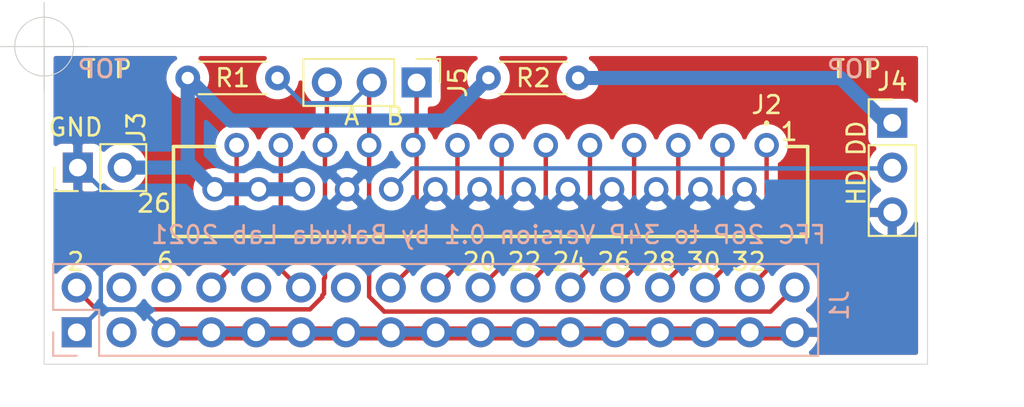
<source format=kicad_pcb>
(kicad_pcb (version 20171130) (host pcbnew "(5.1.10)-1")

  (general
    (thickness 1.6)
    (drawings 27)
    (tracks 67)
    (zones 0)
    (modules 7)
    (nets 23)
  )

  (page A4)
  (layers
    (0 F.Cu signal)
    (31 B.Cu signal)
    (32 B.Adhes user)
    (33 F.Adhes user)
    (34 B.Paste user)
    (35 F.Paste user)
    (36 B.SilkS user)
    (37 F.SilkS user)
    (38 B.Mask user)
    (39 F.Mask user)
    (40 Dwgs.User user)
    (41 Cmts.User user)
    (42 Eco1.User user)
    (43 Eco2.User user)
    (44 Edge.Cuts user)
    (45 Margin user)
    (46 B.CrtYd user)
    (47 F.CrtYd user)
    (48 B.Fab user)
    (49 F.Fab user)
  )

  (setup
    (last_trace_width 0.25)
    (user_trace_width 0.8)
    (trace_clearance 0.2)
    (zone_clearance 0.508)
    (zone_45_only no)
    (trace_min 0.2)
    (via_size 0.8)
    (via_drill 0.4)
    (via_min_size 0.4)
    (via_min_drill 0.3)
    (uvia_size 0.3)
    (uvia_drill 0.1)
    (uvias_allowed no)
    (uvia_min_size 0.2)
    (uvia_min_drill 0.1)
    (edge_width 0.05)
    (segment_width 0.2)
    (pcb_text_width 0.3)
    (pcb_text_size 1.5 1.5)
    (mod_edge_width 0.12)
    (mod_text_size 1 1)
    (mod_text_width 0.15)
    (pad_size 1.524 1.524)
    (pad_drill 0.762)
    (pad_to_mask_clearance 0)
    (aux_axis_origin 0 0)
    (visible_elements 7FFFFFFF)
    (pcbplotparams
      (layerselection 0x010fc_ffffffff)
      (usegerberextensions false)
      (usegerberattributes true)
      (usegerberadvancedattributes true)
      (creategerberjobfile true)
      (excludeedgelayer true)
      (linewidth 0.100000)
      (plotframeref false)
      (viasonmask false)
      (mode 1)
      (useauxorigin false)
      (hpglpennumber 1)
      (hpglpenspeed 20)
      (hpglpendiameter 15.000000)
      (psnegative false)
      (psa4output false)
      (plotreference true)
      (plotvalue true)
      (plotinvisibletext false)
      (padsonsilk false)
      (subtractmaskfromsilk false)
      (outputformat 1)
      (mirror false)
      (drillshape 1)
      (scaleselection 1)
      (outputdirectory ""))
  )

  (net 0 "")
  (net 1 /MOTORON#)
  (net 2 /READY#)
  (net 3 /DISKCHANGE#)
  (net 4 GND)
  (net 5 +5V)
  (net 6 /SIDE1)
  (net 7 /READDATA#)
  (net 8 /WRITEPROTECT#)
  (net 9 /TRACK00#)
  (net 10 /WRITEGATE#)
  (net 11 /WRITEDATA#)
  (net 12 /STEP#)
  (net 13 /DIR#)
  (net 14 "Net-(J1-Pad14)")
  (net 15 /INDEX#)
  (net 16 "Net-(J1-Pad6)")
  (net 17 "Net-(J1-Pad4)")
  (net 18 /DS1#)
  (net 19 "Net-(J1-Pad10)")
  (net 20 "Net-(J1-Pad3)")
  (net 21 /HDOUT#)
  (net 22 "Net-(J4-Pad1)")

  (net_class Default "This is the default net class."
    (clearance 0.2)
    (trace_width 0.25)
    (via_dia 0.8)
    (via_drill 0.4)
    (uvia_dia 0.3)
    (uvia_drill 0.1)
    (add_net +5V)
    (add_net /DIR#)
    (add_net /DISKCHANGE#)
    (add_net /DS1#)
    (add_net /HDOUT#)
    (add_net /INDEX#)
    (add_net /MOTORON#)
    (add_net /READDATA#)
    (add_net /READY#)
    (add_net /SIDE1)
    (add_net /STEP#)
    (add_net /TRACK00#)
    (add_net /WRITEDATA#)
    (add_net /WRITEGATE#)
    (add_net /WRITEPROTECT#)
    (add_net GND)
    (add_net "Net-(J1-Pad10)")
    (add_net "Net-(J1-Pad14)")
    (add_net "Net-(J1-Pad3)")
    (add_net "Net-(J1-Pad4)")
    (add_net "Net-(J1-Pad6)")
    (add_net "Net-(J4-Pad1)")
  )

  (module kicad_by_BakudaLab:morex520452645 (layer F.Cu) (tedit 60E6C85D) (tstamp 60CF1171)
    (at 91.694 56.388 180)
    (descr 52045-2645-2)
    (tags Connector)
    (path /60DE024B)
    (fp_text reference J2 (at 0 2.286) (layer F.SilkS)
      (effects (font (size 1 1) (thickness 0.15)))
    )
    (fp_text value FDC (at 15.24 3.048) (layer F.SilkS) hide
      (effects (font (size 1.27 1.27) (thickness 0.254)))
    )
    (fp_text user %R (at 15.748 -7.62) (layer F.Fab)
      (effects (font (size 1.27 1.27) (thickness 0.254)))
    )
    (fp_arc (start 0 1.25) (end 0 1.3) (angle -180) (layer F.SilkS) (width 0.2))
    (fp_arc (start 0 1.25) (end 0 1.2) (angle -180) (layer F.SilkS) (width 0.2))
    (fp_line (start 33.575 -0.075) (end 31.2 -0.075) (layer F.SilkS) (width 0.2))
    (fp_line (start 33.575 -5.175) (end 33.575 -0.075) (layer F.SilkS) (width 0.2))
    (fp_line (start -2.325 -5.175) (end 33.575 -5.175) (layer F.SilkS) (width 0.2))
    (fp_line (start -2.325 -0.075) (end -2.325 -5.175) (layer F.SilkS) (width 0.2))
    (fp_line (start -1.2 -0.075) (end -2.325 -0.075) (layer F.SilkS) (width 0.2))
    (fp_line (start 0 1.3) (end 0 1.2) (layer F.SilkS) (width 0.2))
    (fp_line (start 0 1.2) (end 0 1.2) (layer F.SilkS) (width 0.2))
    (fp_line (start 0 1.3) (end 0 1.3) (layer F.SilkS) (width 0.2))
    (fp_line (start -3.325 1.691) (end -3.325 -6.25) (layer F.CrtYd) (width 0.1))
    (fp_line (start 34.575 1.691) (end -3.325 1.691) (layer F.CrtYd) (width 0.1))
    (fp_line (start 34.575 -6.25) (end 34.575 1.691) (layer F.CrtYd) (width 0.1))
    (fp_line (start -3.325 -6.25) (end 34.575 -6.25) (layer F.CrtYd) (width 0.1))
    (fp_line (start -2.325 -5.175) (end -2.325 -0.075) (layer F.Fab) (width 0.1))
    (fp_line (start 33.575 -5.175) (end -2.325 -5.175) (layer F.Fab) (width 0.1))
    (fp_line (start 33.575 -0.075) (end 33.575 -5.175) (layer F.Fab) (width 0.1))
    (fp_line (start -2.325 -0.075) (end 33.575 -0.075) (layer F.Fab) (width 0.1))
    (pad 1 thru_hole circle (at 0 0 180) (size 1.381 1.381) (drill 0.85) (layers *.Cu *.Mask)
      (net 6 /SIDE1))
    (pad 2 thru_hole circle (at 1.25 -2.5 180) (size 1.381 1.381) (drill 0.85) (layers *.Cu *.Mask)
      (net 4 GND))
    (pad 3 thru_hole circle (at 2.5 0 180) (size 1.381 1.381) (drill 0.85) (layers *.Cu *.Mask)
      (net 7 /READDATA#))
    (pad 4 thru_hole circle (at 3.75 -2.5 180) (size 1.381 1.381) (drill 0.85) (layers *.Cu *.Mask)
      (net 4 GND))
    (pad 5 thru_hole circle (at 5 0 180) (size 1.381 1.381) (drill 0.85) (layers *.Cu *.Mask)
      (net 8 /WRITEPROTECT#))
    (pad 6 thru_hole circle (at 6.25 -2.5 180) (size 1.381 1.381) (drill 0.85) (layers *.Cu *.Mask)
      (net 4 GND))
    (pad 7 thru_hole circle (at 7.5 0 180) (size 1.381 1.381) (drill 0.85) (layers *.Cu *.Mask)
      (net 9 /TRACK00#))
    (pad 8 thru_hole circle (at 8.75 -2.5 180) (size 1.381 1.381) (drill 0.85) (layers *.Cu *.Mask)
      (net 4 GND))
    (pad 9 thru_hole circle (at 10 0 180) (size 1.381 1.381) (drill 0.85) (layers *.Cu *.Mask)
      (net 10 /WRITEGATE#))
    (pad 10 thru_hole circle (at 11.25 -2.5 180) (size 1.381 1.381) (drill 0.85) (layers *.Cu *.Mask)
      (net 4 GND))
    (pad 11 thru_hole circle (at 12.5 0 180) (size 1.381 1.381) (drill 0.85) (layers *.Cu *.Mask)
      (net 11 /WRITEDATA#))
    (pad 12 thru_hole circle (at 13.75 -2.5 180) (size 1.381 1.381) (drill 0.85) (layers *.Cu *.Mask)
      (net 4 GND))
    (pad 13 thru_hole circle (at 15 0 180) (size 1.381 1.381) (drill 0.85) (layers *.Cu *.Mask)
      (net 12 /STEP#))
    (pad 14 thru_hole circle (at 16.25 -2.5 180) (size 1.381 1.381) (drill 0.85) (layers *.Cu *.Mask)
      (net 4 GND))
    (pad 15 thru_hole circle (at 17.5 0 180) (size 1.381 1.381) (drill 0.85) (layers *.Cu *.Mask)
      (net 13 /DIR#))
    (pad 16 thru_hole circle (at 18.75 -2.5 180) (size 1.381 1.381) (drill 0.85) (layers *.Cu *.Mask)
      (net 4 GND))
    (pad 17 thru_hole circle (at 20 0 180) (size 1.381 1.381) (drill 0.85) (layers *.Cu *.Mask)
      (net 1 /MOTORON#))
    (pad 18 thru_hole circle (at 21.25 -2.5 180) (size 1.381 1.381) (drill 0.85) (layers *.Cu *.Mask)
      (net 21 /HDOUT#))
    (pad 19 thru_hole circle (at 22.5 0 180) (size 1.381 1.381) (drill 0.85) (layers *.Cu *.Mask)
      (net 2 /READY#))
    (pad 20 thru_hole circle (at 23.75 -2.5 180) (size 1.381 1.381) (drill 0.85) (layers *.Cu *.Mask)
      (net 4 GND))
    (pad 21 thru_hole circle (at 25 0 180) (size 1.381 1.381) (drill 0.85) (layers *.Cu *.Mask)
      (net 3 /DISKCHANGE#))
    (pad 22 thru_hole circle (at 26.25 -2.5 180) (size 1.381 1.381) (drill 0.85) (layers *.Cu *.Mask)
      (net 5 +5V))
    (pad 23 thru_hole circle (at 27.5 0 180) (size 1.381 1.381) (drill 0.85) (layers *.Cu *.Mask)
      (net 18 /DS1#))
    (pad 24 thru_hole circle (at 28.75 -2.5 180) (size 1.381 1.381) (drill 0.85) (layers *.Cu *.Mask)
      (net 5 +5V))
    (pad 25 thru_hole circle (at 30 0 180) (size 1.381 1.381) (drill 0.85) (layers *.Cu *.Mask)
      (net 15 /INDEX#))
    (pad 26 thru_hole circle (at 31.25 -2.5 180) (size 1.381 1.381) (drill 0.85) (layers *.Cu *.Mask)
      (net 5 +5V))
    (model 52045-2645.stp
      (at (xyz 0 0 0))
      (scale (xyz 1 1 1))
      (rotate (xyz 0 0 0))
    )
  )

  (module Connector_PinHeader_2.54mm:PinHeader_1x03_P2.54mm_Vertical (layer F.Cu) (tedit 59FED5CC) (tstamp 60CF119E)
    (at 71.882 52.832 270)
    (descr "Through hole straight pin header, 1x03, 2.54mm pitch, single row")
    (tags "Through hole pin header THT 1x03 2.54mm single row")
    (path /60E8F61F)
    (fp_text reference J5 (at 0 -2.33 90) (layer F.SilkS)
      (effects (font (size 1 1) (thickness 0.15)))
    )
    (fp_text value Conn_01x03 (at 0 7.41 90) (layer F.Fab)
      (effects (font (size 1 1) (thickness 0.15)))
    )
    (fp_text user %R (at 0 2.54) (layer F.Fab)
      (effects (font (size 1 1) (thickness 0.15)))
    )
    (fp_line (start -0.635 -1.27) (end 1.27 -1.27) (layer F.Fab) (width 0.1))
    (fp_line (start 1.27 -1.27) (end 1.27 6.35) (layer F.Fab) (width 0.1))
    (fp_line (start 1.27 6.35) (end -1.27 6.35) (layer F.Fab) (width 0.1))
    (fp_line (start -1.27 6.35) (end -1.27 -0.635) (layer F.Fab) (width 0.1))
    (fp_line (start -1.27 -0.635) (end -0.635 -1.27) (layer F.Fab) (width 0.1))
    (fp_line (start -1.33 6.41) (end 1.33 6.41) (layer F.SilkS) (width 0.12))
    (fp_line (start -1.33 1.27) (end -1.33 6.41) (layer F.SilkS) (width 0.12))
    (fp_line (start 1.33 1.27) (end 1.33 6.41) (layer F.SilkS) (width 0.12))
    (fp_line (start -1.33 1.27) (end 1.33 1.27) (layer F.SilkS) (width 0.12))
    (fp_line (start -1.33 0) (end -1.33 -1.33) (layer F.SilkS) (width 0.12))
    (fp_line (start -1.33 -1.33) (end 0 -1.33) (layer F.SilkS) (width 0.12))
    (fp_line (start -1.8 -1.8) (end -1.8 6.85) (layer F.CrtYd) (width 0.05))
    (fp_line (start -1.8 6.85) (end 1.8 6.85) (layer F.CrtYd) (width 0.05))
    (fp_line (start 1.8 6.85) (end 1.8 -1.8) (layer F.CrtYd) (width 0.05))
    (fp_line (start 1.8 -1.8) (end -1.8 -1.8) (layer F.CrtYd) (width 0.05))
    (pad 3 thru_hole oval (at 0 5.08 270) (size 1.7 1.7) (drill 1) (layers *.Cu *.Mask)
      (net 3 /DISKCHANGE#))
    (pad 2 thru_hole oval (at 0 2.54 270) (size 1.7 1.7) (drill 1) (layers *.Cu *.Mask)
      (net 2 /READY#))
    (pad 1 thru_hole rect (at 0 0 270) (size 1.7 1.7) (drill 1) (layers *.Cu *.Mask)
      (net 1 /MOTORON#))
    (model ${KISYS3DMOD}/Connector_PinHeader_2.54mm.3dshapes/PinHeader_1x03_P2.54mm_Vertical.wrl
      (at (xyz 0 0 0))
      (scale (xyz 1 1 1))
      (rotate (xyz 0 0 0))
    )
  )

  (module Connector_PinHeader_2.54mm:PinHeader_1x03_P2.54mm_Vertical (layer F.Cu) (tedit 59FED5CC) (tstamp 60CF1188)
    (at 98.806 55.118)
    (descr "Through hole straight pin header, 1x03, 2.54mm pitch, single row")
    (tags "Through hole pin header THT 1x03 2.54mm single row")
    (path /60E846CD)
    (fp_text reference J4 (at 0 -2.33) (layer F.SilkS)
      (effects (font (size 1 1) (thickness 0.15)))
    )
    (fp_text value Conn_01x03 (at 0 7.41) (layer F.Fab)
      (effects (font (size 1 1) (thickness 0.15)))
    )
    (fp_text user %R (at 0 2.54 90) (layer F.Fab)
      (effects (font (size 1 1) (thickness 0.15)))
    )
    (fp_line (start -0.635 -1.27) (end 1.27 -1.27) (layer F.Fab) (width 0.1))
    (fp_line (start 1.27 -1.27) (end 1.27 6.35) (layer F.Fab) (width 0.1))
    (fp_line (start 1.27 6.35) (end -1.27 6.35) (layer F.Fab) (width 0.1))
    (fp_line (start -1.27 6.35) (end -1.27 -0.635) (layer F.Fab) (width 0.1))
    (fp_line (start -1.27 -0.635) (end -0.635 -1.27) (layer F.Fab) (width 0.1))
    (fp_line (start -1.33 6.41) (end 1.33 6.41) (layer F.SilkS) (width 0.12))
    (fp_line (start -1.33 1.27) (end -1.33 6.41) (layer F.SilkS) (width 0.12))
    (fp_line (start 1.33 1.27) (end 1.33 6.41) (layer F.SilkS) (width 0.12))
    (fp_line (start -1.33 1.27) (end 1.33 1.27) (layer F.SilkS) (width 0.12))
    (fp_line (start -1.33 0) (end -1.33 -1.33) (layer F.SilkS) (width 0.12))
    (fp_line (start -1.33 -1.33) (end 0 -1.33) (layer F.SilkS) (width 0.12))
    (fp_line (start -1.8 -1.8) (end -1.8 6.85) (layer F.CrtYd) (width 0.05))
    (fp_line (start -1.8 6.85) (end 1.8 6.85) (layer F.CrtYd) (width 0.05))
    (fp_line (start 1.8 6.85) (end 1.8 -1.8) (layer F.CrtYd) (width 0.05))
    (fp_line (start 1.8 -1.8) (end -1.8 -1.8) (layer F.CrtYd) (width 0.05))
    (pad 3 thru_hole oval (at 0 5.08) (size 1.7 1.7) (drill 1) (layers *.Cu *.Mask)
      (net 4 GND))
    (pad 2 thru_hole oval (at 0 2.54) (size 1.7 1.7) (drill 1) (layers *.Cu *.Mask)
      (net 21 /HDOUT#))
    (pad 1 thru_hole rect (at 0 0) (size 1.7 1.7) (drill 1) (layers *.Cu *.Mask)
      (net 22 "Net-(J4-Pad1)"))
    (model ${KISYS3DMOD}/Connector_PinHeader_2.54mm.3dshapes/PinHeader_1x03_P2.54mm_Vertical.wrl
      (at (xyz 0 0 0))
      (scale (xyz 1 1 1))
      (rotate (xyz 0 0 0))
    )
  )

  (module Connector_PinHeader_2.54mm:PinHeader_1x02_P2.54mm_Vertical (layer F.Cu) (tedit 59FED5CC) (tstamp 60CFF3E6)
    (at 52.705 57.658 90)
    (descr "Through hole straight pin header, 1x02, 2.54mm pitch, single row")
    (tags "Through hole pin header THT 1x02 2.54mm single row")
    (path /5F01721D)
    (fp_text reference J3 (at 2.286 3.302 90) (layer F.SilkS)
      (effects (font (size 1 1) (thickness 0.15)))
    )
    (fp_text value -+ (at 0 4.87 90) (layer F.Fab)
      (effects (font (size 1 1) (thickness 0.15)))
    )
    (fp_text user %R (at 0 -0.254) (layer F.Fab)
      (effects (font (size 1 1) (thickness 0.15)))
    )
    (fp_line (start -0.635 -1.27) (end 1.27 -1.27) (layer F.Fab) (width 0.1))
    (fp_line (start 1.27 -1.27) (end 1.27 3.81) (layer F.Fab) (width 0.1))
    (fp_line (start 1.27 3.81) (end -1.27 3.81) (layer F.Fab) (width 0.1))
    (fp_line (start -1.27 3.81) (end -1.27 -0.635) (layer F.Fab) (width 0.1))
    (fp_line (start -1.27 -0.635) (end -0.635 -1.27) (layer F.Fab) (width 0.1))
    (fp_line (start -1.33 3.87) (end 1.33 3.87) (layer F.SilkS) (width 0.12))
    (fp_line (start -1.33 1.27) (end -1.33 3.87) (layer F.SilkS) (width 0.12))
    (fp_line (start 1.33 1.27) (end 1.33 3.87) (layer F.SilkS) (width 0.12))
    (fp_line (start -1.33 1.27) (end 1.33 1.27) (layer F.SilkS) (width 0.12))
    (fp_line (start -1.33 0) (end -1.33 -1.33) (layer F.SilkS) (width 0.12))
    (fp_line (start -1.33 -1.33) (end 0 -1.33) (layer F.SilkS) (width 0.12))
    (fp_line (start -1.8 -1.8) (end -1.8 4.35) (layer F.CrtYd) (width 0.05))
    (fp_line (start -1.8 4.35) (end 1.8 4.35) (layer F.CrtYd) (width 0.05))
    (fp_line (start 1.8 4.35) (end 1.8 -1.8) (layer F.CrtYd) (width 0.05))
    (fp_line (start 1.8 -1.8) (end -1.8 -1.8) (layer F.CrtYd) (width 0.05))
    (pad 2 thru_hole oval (at 0 2.54 90) (size 1.7 1.7) (drill 1) (layers *.Cu *.Mask)
      (net 5 +5V))
    (pad 1 thru_hole rect (at 0 0 90) (size 1.7 1.7) (drill 1) (layers *.Cu *.Mask)
      (net 4 GND))
    (model ${KISYS3DMOD}/Connector_PinHeader_2.54mm.3dshapes/PinHeader_1x02_P2.54mm_Vertical.wrl
      (at (xyz 0 0 0))
      (scale (xyz 1 1 1))
      (rotate (xyz 0 0 0))
    )
  )

  (module Connector_PinSocket_2.54mm:PinSocket_2x17_P2.54mm_Vertical (layer B.Cu) (tedit 5A19A431) (tstamp 60CF393A)
    (at 52.6415 66.9925 270)
    (descr "Through hole straight socket strip, 2x17, 2.54mm pitch, double cols (from Kicad 4.0.7), script generated")
    (tags "Through hole socket strip THT 2x17 2.54mm double row")
    (path /60F4C8D6)
    (fp_text reference J1 (at -1.524 -43.18 90) (layer B.SilkS)
      (effects (font (size 1 1) (thickness 0.15)) (justify mirror))
    )
    (fp_text value FDD (at -1.27 -43.41 90) (layer B.Fab)
      (effects (font (size 1 1) (thickness 0.15)) (justify mirror))
    )
    (fp_line (start -3.81 1.27) (end 0.27 1.27) (layer B.Fab) (width 0.1))
    (fp_line (start 0.27 1.27) (end 1.27 0.27) (layer B.Fab) (width 0.1))
    (fp_line (start 1.27 0.27) (end 1.27 -41.91) (layer B.Fab) (width 0.1))
    (fp_line (start 1.27 -41.91) (end -3.81 -41.91) (layer B.Fab) (width 0.1))
    (fp_line (start -3.81 -41.91) (end -3.81 1.27) (layer B.Fab) (width 0.1))
    (fp_line (start -3.87 1.33) (end -1.27 1.33) (layer B.SilkS) (width 0.12))
    (fp_line (start -3.87 1.33) (end -3.87 -41.97) (layer B.SilkS) (width 0.12))
    (fp_line (start -3.87 -41.97) (end 1.33 -41.97) (layer B.SilkS) (width 0.12))
    (fp_line (start 1.33 -1.27) (end 1.33 -41.97) (layer B.SilkS) (width 0.12))
    (fp_line (start -1.27 -1.27) (end 1.33 -1.27) (layer B.SilkS) (width 0.12))
    (fp_line (start -1.27 1.33) (end -1.27 -1.27) (layer B.SilkS) (width 0.12))
    (fp_line (start 1.33 1.33) (end 1.33 0) (layer B.SilkS) (width 0.12))
    (fp_line (start 0 1.33) (end 1.33 1.33) (layer B.SilkS) (width 0.12))
    (fp_line (start -4.34 1.8) (end 1.76 1.8) (layer B.CrtYd) (width 0.05))
    (fp_line (start 1.76 1.8) (end 1.76 -42.4) (layer B.CrtYd) (width 0.05))
    (fp_line (start 1.76 -42.4) (end -4.34 -42.4) (layer B.CrtYd) (width 0.05))
    (fp_line (start -4.34 -42.4) (end -4.34 1.8) (layer B.CrtYd) (width 0.05))
    (fp_text user %R (at -1.27 -20.32 180) (layer B.Fab)
      (effects (font (size 1 1) (thickness 0.15)) (justify mirror))
    )
    (pad 34 thru_hole oval (at -2.54 -40.64 270) (size 1.7 1.7) (drill 1) (layers *.Cu *.Mask)
      (net 2 /READY#))
    (pad 33 thru_hole oval (at 0 -40.64 270) (size 1.7 1.7) (drill 1) (layers *.Cu *.Mask)
      (net 4 GND))
    (pad 32 thru_hole oval (at -2.54 -38.1 270) (size 1.7 1.7) (drill 1) (layers *.Cu *.Mask)
      (net 6 /SIDE1))
    (pad 31 thru_hole oval (at 0 -38.1 270) (size 1.7 1.7) (drill 1) (layers *.Cu *.Mask)
      (net 4 GND))
    (pad 30 thru_hole oval (at -2.54 -35.56 270) (size 1.7 1.7) (drill 1) (layers *.Cu *.Mask)
      (net 7 /READDATA#))
    (pad 29 thru_hole oval (at 0 -35.56 270) (size 1.7 1.7) (drill 1) (layers *.Cu *.Mask)
      (net 4 GND))
    (pad 28 thru_hole oval (at -2.54 -33.02 270) (size 1.7 1.7) (drill 1) (layers *.Cu *.Mask)
      (net 8 /WRITEPROTECT#))
    (pad 27 thru_hole oval (at 0 -33.02 270) (size 1.7 1.7) (drill 1) (layers *.Cu *.Mask)
      (net 4 GND))
    (pad 26 thru_hole oval (at -2.54 -30.48 270) (size 1.7 1.7) (drill 1) (layers *.Cu *.Mask)
      (net 9 /TRACK00#))
    (pad 25 thru_hole oval (at 0 -30.48 270) (size 1.7 1.7) (drill 1) (layers *.Cu *.Mask)
      (net 4 GND))
    (pad 24 thru_hole oval (at -2.54 -27.94 270) (size 1.7 1.7) (drill 1) (layers *.Cu *.Mask)
      (net 10 /WRITEGATE#))
    (pad 23 thru_hole oval (at 0 -27.94 270) (size 1.7 1.7) (drill 1) (layers *.Cu *.Mask)
      (net 4 GND))
    (pad 22 thru_hole oval (at -2.54 -25.4 270) (size 1.7 1.7) (drill 1) (layers *.Cu *.Mask)
      (net 11 /WRITEDATA#))
    (pad 21 thru_hole oval (at 0 -25.4 270) (size 1.7 1.7) (drill 1) (layers *.Cu *.Mask)
      (net 4 GND))
    (pad 20 thru_hole oval (at -2.54 -22.86 270) (size 1.7 1.7) (drill 1) (layers *.Cu *.Mask)
      (net 12 /STEP#))
    (pad 19 thru_hole oval (at 0 -22.86 270) (size 1.7 1.7) (drill 1) (layers *.Cu *.Mask)
      (net 4 GND))
    (pad 18 thru_hole oval (at -2.54 -20.32 270) (size 1.7 1.7) (drill 1) (layers *.Cu *.Mask)
      (net 13 /DIR#))
    (pad 17 thru_hole oval (at 0 -20.32 270) (size 1.7 1.7) (drill 1) (layers *.Cu *.Mask)
      (net 4 GND))
    (pad 16 thru_hole oval (at -2.54 -17.78 270) (size 1.7 1.7) (drill 1) (layers *.Cu *.Mask)
      (net 1 /MOTORON#))
    (pad 15 thru_hole oval (at 0 -17.78 270) (size 1.7 1.7) (drill 1) (layers *.Cu *.Mask)
      (net 4 GND))
    (pad 14 thru_hole oval (at -2.54 -15.24 270) (size 1.7 1.7) (drill 1) (layers *.Cu *.Mask)
      (net 14 "Net-(J1-Pad14)"))
    (pad 13 thru_hole oval (at 0 -15.24 270) (size 1.7 1.7) (drill 1) (layers *.Cu *.Mask)
      (net 4 GND))
    (pad 12 thru_hole oval (at -2.54 -12.7 270) (size 1.7 1.7) (drill 1) (layers *.Cu *.Mask)
      (net 18 /DS1#))
    (pad 11 thru_hole oval (at 0 -12.7 270) (size 1.7 1.7) (drill 1) (layers *.Cu *.Mask)
      (net 4 GND))
    (pad 10 thru_hole oval (at -2.54 -10.16 270) (size 1.7 1.7) (drill 1) (layers *.Cu *.Mask)
      (net 19 "Net-(J1-Pad10)"))
    (pad 9 thru_hole oval (at 0 -10.16 270) (size 1.7 1.7) (drill 1) (layers *.Cu *.Mask)
      (net 4 GND))
    (pad 8 thru_hole oval (at -2.54 -7.62 270) (size 1.7 1.7) (drill 1) (layers *.Cu *.Mask)
      (net 15 /INDEX#))
    (pad 7 thru_hole oval (at 0 -7.62 270) (size 1.7 1.7) (drill 1) (layers *.Cu *.Mask)
      (net 4 GND))
    (pad 6 thru_hole oval (at -2.54 -5.08 270) (size 1.7 1.7) (drill 1) (layers *.Cu *.Mask)
      (net 16 "Net-(J1-Pad6)"))
    (pad 5 thru_hole oval (at 0 -5.08 270) (size 1.7 1.7) (drill 1) (layers *.Cu *.Mask)
      (net 4 GND))
    (pad 4 thru_hole oval (at -2.54 -2.54 270) (size 1.7 1.7) (drill 1) (layers *.Cu *.Mask)
      (net 17 "Net-(J1-Pad4)"))
    (pad 3 thru_hole oval (at 0 -2.54 270) (size 1.7 1.7) (drill 1) (layers *.Cu *.Mask)
      (net 20 "Net-(J1-Pad3)"))
    (pad 2 thru_hole oval (at -2.54 0 270) (size 1.7 1.7) (drill 1) (layers *.Cu *.Mask)
      (net 3 /DISKCHANGE#))
    (pad 1 thru_hole rect (at 0 0 270) (size 1.7 1.7) (drill 1) (layers *.Cu *.Mask)
      (net 4 GND))
    (model ${KISYS3DMOD}/Connector_PinSocket_2.54mm.3dshapes/PinSocket_2x17_P2.54mm_Vertical.wrl
      (at (xyz 0 0 0))
      (scale (xyz 1 1 1))
      (rotate (xyz 0 0 0))
    )
  )

  (module Resistor_THT:R_Axial_DIN0204_L3.6mm_D1.6mm_P5.08mm_Horizontal (layer F.Cu) (tedit 5AE5139B) (tstamp 60CF63A5)
    (at 58.928 52.578)
    (descr "Resistor, Axial_DIN0204 series, Axial, Horizontal, pin pitch=5.08mm, 0.167W, length*diameter=3.6*1.6mm^2, http://cdn-reichelt.de/documents/datenblatt/B400/1_4W%23YAG.pdf")
    (tags "Resistor Axial_DIN0204 series Axial Horizontal pin pitch 5.08mm 0.167W length 3.6mm diameter 1.6mm")
    (path /60E8C0EE)
    (fp_text reference R1 (at 2.54 0) (layer F.SilkS)
      (effects (font (size 1 1) (thickness 0.15)))
    )
    (fp_text value 4.7K (at 2.54 1.92) (layer F.Fab)
      (effects (font (size 1 1) (thickness 0.15)))
    )
    (fp_line (start 0.74 -0.8) (end 0.74 0.8) (layer F.Fab) (width 0.1))
    (fp_line (start 0.74 0.8) (end 4.34 0.8) (layer F.Fab) (width 0.1))
    (fp_line (start 4.34 0.8) (end 4.34 -0.8) (layer F.Fab) (width 0.1))
    (fp_line (start 4.34 -0.8) (end 0.74 -0.8) (layer F.Fab) (width 0.1))
    (fp_line (start 0 0) (end 0.74 0) (layer F.Fab) (width 0.1))
    (fp_line (start 5.08 0) (end 4.34 0) (layer F.Fab) (width 0.1))
    (fp_line (start 0.62 -0.92) (end 4.46 -0.92) (layer F.SilkS) (width 0.12))
    (fp_line (start 0.62 0.92) (end 4.46 0.92) (layer F.SilkS) (width 0.12))
    (fp_line (start -0.95 -1.05) (end -0.95 1.05) (layer F.CrtYd) (width 0.05))
    (fp_line (start -0.95 1.05) (end 6.03 1.05) (layer F.CrtYd) (width 0.05))
    (fp_line (start 6.03 1.05) (end 6.03 -1.05) (layer F.CrtYd) (width 0.05))
    (fp_line (start 6.03 -1.05) (end -0.95 -1.05) (layer F.CrtYd) (width 0.05))
    (fp_text user %R (at 2.54 0) (layer F.Fab)
      (effects (font (size 0.72 0.72) (thickness 0.108)))
    )
    (pad 2 thru_hole oval (at 5.08 0) (size 1.4 1.4) (drill 0.7) (layers *.Cu *.Mask)
      (net 2 /READY#))
    (pad 1 thru_hole circle (at 0 0) (size 1.4 1.4) (drill 0.7) (layers *.Cu *.Mask)
      (net 5 +5V))
    (model ${KISYS3DMOD}/Resistor_THT.3dshapes/R_Axial_DIN0204_L3.6mm_D1.6mm_P5.08mm_Horizontal.wrl
      (at (xyz 0 0 0))
      (scale (xyz 1 1 1))
      (rotate (xyz 0 0 0))
    )
  )

  (module Resistor_THT:R_Axial_DIN0204_L3.6mm_D1.6mm_P5.08mm_Horizontal (layer F.Cu) (tedit 5AE5139B) (tstamp 60CF11F5)
    (at 75.946 52.578)
    (descr "Resistor, Axial_DIN0204 series, Axial, Horizontal, pin pitch=5.08mm, 0.167W, length*diameter=3.6*1.6mm^2, http://cdn-reichelt.de/documents/datenblatt/B400/1_4W%23YAG.pdf")
    (tags "Resistor Axial_DIN0204 series Axial Horizontal pin pitch 5.08mm 0.167W length 3.6mm diameter 1.6mm")
    (path /60E86F53)
    (fp_text reference R2 (at 2.54 0) (layer F.SilkS)
      (effects (font (size 1 1) (thickness 0.15)))
    )
    (fp_text value 4.7K (at 2.54 1.92) (layer F.Fab)
      (effects (font (size 1 1) (thickness 0.15)))
    )
    (fp_line (start 0.74 -0.8) (end 0.74 0.8) (layer F.Fab) (width 0.1))
    (fp_line (start 0.74 0.8) (end 4.34 0.8) (layer F.Fab) (width 0.1))
    (fp_line (start 4.34 0.8) (end 4.34 -0.8) (layer F.Fab) (width 0.1))
    (fp_line (start 4.34 -0.8) (end 0.74 -0.8) (layer F.Fab) (width 0.1))
    (fp_line (start 0 0) (end 0.74 0) (layer F.Fab) (width 0.1))
    (fp_line (start 5.08 0) (end 4.34 0) (layer F.Fab) (width 0.1))
    (fp_line (start 0.62 -0.92) (end 4.46 -0.92) (layer F.SilkS) (width 0.12))
    (fp_line (start 0.62 0.92) (end 4.46 0.92) (layer F.SilkS) (width 0.12))
    (fp_line (start -0.95 -1.05) (end -0.95 1.05) (layer F.CrtYd) (width 0.05))
    (fp_line (start -0.95 1.05) (end 6.03 1.05) (layer F.CrtYd) (width 0.05))
    (fp_line (start 6.03 1.05) (end 6.03 -1.05) (layer F.CrtYd) (width 0.05))
    (fp_line (start 6.03 -1.05) (end -0.95 -1.05) (layer F.CrtYd) (width 0.05))
    (fp_text user %R (at 2.54 0) (layer F.Fab)
      (effects (font (size 0.72 0.72) (thickness 0.108)))
    )
    (pad 2 thru_hole oval (at 5.08 0) (size 1.4 1.4) (drill 0.7) (layers *.Cu *.Mask)
      (net 22 "Net-(J4-Pad1)"))
    (pad 1 thru_hole circle (at 0 0) (size 1.4 1.4) (drill 0.7) (layers *.Cu *.Mask)
      (net 5 +5V))
    (model ${KISYS3DMOD}/Resistor_THT.3dshapes/R_Axial_DIN0204_L3.6mm_D1.6mm_P5.08mm_Horizontal.wrl
      (at (xyz 0 0 0))
      (scale (xyz 1 1 1))
      (rotate (xyz 0 0 0))
    )
  )

  (gr_text TOP (at 54.356 52.07) (layer F.SilkS) (tstamp 60E79A62)
    (effects (font (size 1 1) (thickness 0.15)))
  )
  (gr_text TOP (at 54.102 52.07) (layer B.SilkS) (tstamp 60E79A5F)
    (effects (font (size 1 1) (thickness 0.15)) (justify mirror))
  )
  (gr_text TOP (at 96.52 52.07) (layer B.SilkS)
    (effects (font (size 1 1) (thickness 0.15)) (justify mirror))
  )
  (gr_text TOP (at 96.774 52.07) (layer F.SilkS)
    (effects (font (size 1 1) (thickness 0.15)))
  )
  (gr_text 30 (at 88.138 62.992) (layer F.SilkS)
    (effects (font (size 1 1) (thickness 0.15)))
  )
  (gr_text 26 (at 83.058 62.992) (layer F.SilkS)
    (effects (font (size 1 1) (thickness 0.15)))
  )
  (gr_text 22 (at 77.978 62.992) (layer F.SilkS)
    (effects (font (size 1 1) (thickness 0.15)))
  )
  (gr_text 6 (at 57.658 62.992) (layer F.SilkS)
    (effects (font (size 1 1) (thickness 0.15)))
  )
  (gr_text GND (at 52.578 55.372) (layer F.SilkS)
    (effects (font (size 1 1) (thickness 0.15)))
  )
  (gr_text 32 (at 90.678 62.992) (layer F.SilkS)
    (effects (font (size 1 1) (thickness 0.15)))
  )
  (gr_text 28 (at 85.598 62.992) (layer F.SilkS)
    (effects (font (size 1 1) (thickness 0.15)))
  )
  (gr_text 24 (at 80.518 62.992) (layer F.SilkS)
    (effects (font (size 1 1) (thickness 0.15)))
  )
  (gr_text 20 (at 75.438 62.992) (layer F.SilkS)
    (effects (font (size 1 1) (thickness 0.15)))
  )
  (gr_text 2 (at 52.578 62.992) (layer F.SilkS)
    (effects (font (size 1 1) (thickness 0.15)))
  )
  (gr_text "A  B" (at 69.469 54.737) (layer F.SilkS)
    (effects (font (size 1 1) (thickness 0.15)))
  )
  (target plus (at 50.8 50.8) (size 5) (width 0.05) (layer Edge.Cuts) (tstamp 60CFA35B))
  (target plus (at 50.8 50.8) (size 5) (width 0.05) (layer Edge.Cuts))
  (gr_text "HD DD" (at 96.774 57.404 90) (layer F.SilkS)
    (effects (font (size 1 1) (thickness 0.15)))
  )
  (gr_text "FFC 26P to 34P Version 0.1 by Bakuda Lab 2021" (at 75.946 61.468) (layer B.SilkS) (tstamp 60CF2F0A)
    (effects (font (size 1 1) (thickness 0.15)) (justify mirror))
  )
  (dimension 18 (width 0.15) (layer Dwgs.User)
    (gr_text "18.000 mm" (at 104.900005 59.8 90) (layer Dwgs.User)
      (effects (font (size 1 1) (thickness 0.15)))
    )
    (feature1 (pts (xy 100.8 50.8) (xy 104.186426 50.8)))
    (feature2 (pts (xy 100.8 68.8) (xy 104.186426 68.8)))
    (crossbar (pts (xy 103.600005 68.8) (xy 103.600005 50.8)))
    (arrow1a (pts (xy 103.600005 50.8) (xy 104.186426 51.926504)))
    (arrow1b (pts (xy 103.600005 50.8) (xy 103.013584 51.926504)))
    (arrow2a (pts (xy 103.600005 68.8) (xy 104.186426 67.673496)))
    (arrow2b (pts (xy 103.600005 68.8) (xy 103.013584 67.673496)))
  )
  (dimension 50 (width 0.15) (layer Dwgs.User)
    (gr_text "50.000 mm" (at 75.8 71.878) (layer Dwgs.User)
      (effects (font (size 1 1) (thickness 0.15)))
    )
    (feature1 (pts (xy 100.8 68.8) (xy 100.8 71.164421)))
    (feature2 (pts (xy 50.8 68.8) (xy 50.8 71.164421)))
    (crossbar (pts (xy 50.8 70.578) (xy 100.8 70.578)))
    (arrow1a (pts (xy 100.8 70.578) (xy 99.673496 71.164421)))
    (arrow1b (pts (xy 100.8 70.578) (xy 99.673496 69.991579)))
    (arrow2a (pts (xy 50.8 70.578) (xy 51.926504 71.164421)))
    (arrow2b (pts (xy 50.8 70.578) (xy 51.926504 69.991579)))
  )
  (gr_text 1 (at 92.964 55.626) (layer F.SilkS) (tstamp 60CF2AC9)
    (effects (font (size 1 1) (thickness 0.15)))
  )
  (gr_text 26 (at 57.023 59.69) (layer F.SilkS)
    (effects (font (size 1 1) (thickness 0.15)))
  )
  (gr_line (start 50.8 68.8) (end 50.8 50.8) (layer Edge.Cuts) (width 0.05) (tstamp 60CF04DC))
  (gr_line (start 100.8 68.8) (end 50.8 68.8) (layer Edge.Cuts) (width 0.05))
  (gr_line (start 100.8 50.8) (end 100.8 68.8) (layer Edge.Cuts) (width 0.05))
  (gr_line (start 50.8 50.8) (end 100.8 50.8) (layer Edge.Cuts) (width 0.05))

  (segment (start 71.882 62.992) (end 70.358 64.516) (width 0.25) (layer F.Cu) (net 1))
  (segment (start 71.694 56.322) (end 71.882 56.134) (width 0.25) (layer F.Cu) (net 1))
  (segment (start 71.694 56.388) (end 71.694 56.322) (width 0.25) (layer F.Cu) (net 1))
  (segment (start 71.882 56.134) (end 71.882 62.992) (width 0.25) (layer F.Cu) (net 1))
  (segment (start 71.882 52.832) (end 71.882 56.134) (width 0.25) (layer F.Cu) (net 1))
  (segment (start 68.166999 54.007001) (end 69.342 52.832) (width 0.25) (layer B.Cu) (net 2))
  (segment (start 65.437001 54.007001) (end 68.166999 54.007001) (width 0.25) (layer B.Cu) (net 2))
  (segment (start 64.008 52.578) (end 65.437001 54.007001) (width 0.25) (layer B.Cu) (net 2))
  (segment (start 69.194 52.98) (end 69.342 52.832) (width 0.25) (layer F.Cu) (net 2))
  (segment (start 69.194 56.388) (end 69.194 52.98) (width 0.25) (layer F.Cu) (net 2))
  (segment (start 69.194 64.964002) (end 69.194 56.388) (width 0.25) (layer F.Cu) (net 2))
  (segment (start 70.047497 65.817499) (end 69.194 64.964002) (width 0.25) (layer F.Cu) (net 2))
  (segment (start 91.916501 65.817499) (end 70.047497 65.817499) (width 0.25) (layer F.Cu) (net 2))
  (segment (start 93.2815 64.4525) (end 91.916501 65.817499) (width 0.25) (layer F.Cu) (net 2))
  (segment (start 66.802 56.28) (end 66.694 56.388) (width 0.25) (layer F.Cu) (net 3))
  (segment (start 66.802 52.832) (end 66.802 56.28) (width 0.25) (layer F.Cu) (net 3))
  (segment (start 53.753001 65.691001) (end 52.578 64.516) (width 0.25) (layer F.Cu) (net 3))
  (segment (start 65.842001 65.691001) (end 53.753001 65.691001) (width 0.25) (layer F.Cu) (net 3))
  (segment (start 66.548 64.985002) (end 65.842001 65.691001) (width 0.25) (layer F.Cu) (net 3))
  (segment (start 66.642999 63.951999) (end 66.642999 64.802001) (width 0.25) (layer F.Cu) (net 3))
  (segment (start 66.642999 64.802001) (end 66.548 64.897) (width 0.25) (layer F.Cu) (net 3))
  (segment (start 66.694 63.900998) (end 66.642999 63.951999) (width 0.25) (layer F.Cu) (net 3))
  (segment (start 66.548 64.897) (end 66.548 64.985002) (width 0.25) (layer F.Cu) (net 3))
  (segment (start 66.694 56.388) (end 66.694 63.900998) (width 0.25) (layer F.Cu) (net 3))
  (segment (start 93.785081 67.056) (end 93.218 67.056) (width 0.25) (layer B.Cu) (net 4))
  (segment (start 57.658 67.056) (end 93.218 67.056) (width 0.8) (layer F.Cu) (net 4))
  (segment (start 57.658 67.056) (end 56.293001 65.691001) (width 0.25) (layer B.Cu) (net 4))
  (segment (start 52.705 57.658) (end 52.832 57.658) (width 0.25) (layer B.Cu) (net 4))
  (segment (start 54.006499 58.832499) (end 54.006499 65.627501) (width 0.25) (layer B.Cu) (net 4))
  (segment (start 52.832 57.658) (end 54.006499 58.832499) (width 0.25) (layer B.Cu) (net 4))
  (segment (start 52.6415 66.9925) (end 54.006499 65.627501) (width 0.25) (layer B.Cu) (net 4))
  (segment (start 54.069999 65.691001) (end 54.006499 65.627501) (width 0.25) (layer B.Cu) (net 4))
  (segment (start 56.293001 65.691001) (end 54.069999 65.691001) (width 0.25) (layer B.Cu) (net 4))
  (segment (start 58.928 57.372) (end 60.444 58.888) (width 0.8) (layer B.Cu) (net 5))
  (segment (start 58.928 52.578) (end 58.928 57.372) (width 0.8) (layer B.Cu) (net 5))
  (segment (start 60.444 58.888) (end 65.444 58.888) (width 0.8) (layer B.Cu) (net 5))
  (segment (start 61.341 54.991) (end 58.928 52.578) (width 0.8) (layer B.Cu) (net 5))
  (segment (start 73.533 54.991) (end 61.341 54.991) (width 0.8) (layer B.Cu) (net 5))
  (segment (start 75.946 52.578) (end 73.533 54.991) (width 0.8) (layer B.Cu) (net 5))
  (segment (start 59.214 57.658) (end 60.444 58.888) (width 0.8) (layer B.Cu) (net 5))
  (segment (start 55.118 57.658) (end 59.214 57.658) (width 0.8) (layer B.Cu) (net 5))
  (segment (start 91.694 63.5) (end 90.678 64.516) (width 0.25) (layer F.Cu) (net 6))
  (segment (start 91.694 56.388) (end 91.694 63.5) (width 0.25) (layer F.Cu) (net 6))
  (segment (start 89.194 63.46) (end 88.138 64.516) (width 0.25) (layer F.Cu) (net 7))
  (segment (start 89.194 56.388) (end 89.194 63.46) (width 0.25) (layer F.Cu) (net 7))
  (segment (start 86.694 63.42) (end 85.598 64.516) (width 0.25) (layer F.Cu) (net 8))
  (segment (start 86.694 56.388) (end 86.694 63.42) (width 0.25) (layer F.Cu) (net 8))
  (segment (start 84.194 63.38) (end 83.058 64.516) (width 0.25) (layer F.Cu) (net 9))
  (segment (start 84.194 56.388) (end 84.194 63.38) (width 0.25) (layer F.Cu) (net 9))
  (segment (start 81.694 63.34) (end 80.518 64.516) (width 0.25) (layer F.Cu) (net 10))
  (segment (start 81.694 56.388) (end 81.694 63.34) (width 0.25) (layer F.Cu) (net 10))
  (segment (start 79.194 63.3) (end 77.978 64.516) (width 0.25) (layer F.Cu) (net 11))
  (segment (start 79.194 56.388) (end 79.194 63.3) (width 0.25) (layer F.Cu) (net 11))
  (segment (start 76.694 63.26) (end 75.438 64.516) (width 0.25) (layer F.Cu) (net 12))
  (segment (start 76.694 56.388) (end 76.694 63.26) (width 0.25) (layer F.Cu) (net 12))
  (segment (start 74.194 63.22) (end 72.898 64.516) (width 0.25) (layer F.Cu) (net 13))
  (segment (start 74.194 56.388) (end 74.194 63.22) (width 0.25) (layer F.Cu) (net 13))
  (segment (start 61.694 63.02) (end 60.198 64.516) (width 0.25) (layer F.Cu) (net 15))
  (segment (start 61.694 56.388) (end 61.694 63.02) (width 0.25) (layer F.Cu) (net 15))
  (segment (start 64.194 63.432) (end 65.278 64.516) (width 0.25) (layer F.Cu) (net 18))
  (segment (start 64.194 56.388) (end 64.194 63.432) (width 0.25) (layer F.Cu) (net 18))
  (segment (start 70.444 58.888) (end 71.628 57.704) (width 0.25) (layer B.Cu) (net 21))
  (segment (start 98.76 57.704) (end 98.806 57.658) (width 0.25) (layer B.Cu) (net 21))
  (segment (start 71.628 57.704) (end 98.76 57.704) (width 0.25) (layer B.Cu) (net 21))
  (segment (start 95.885 52.578) (end 81.026 52.578) (width 0.8) (layer B.Cu) (net 22))
  (segment (start 98.425 55.118) (end 95.885 52.578) (width 0.8) (layer B.Cu) (net 22))
  (segment (start 98.806 55.118) (end 98.425 55.118) (width 0.8) (layer B.Cu) (net 22))

  (zone (net 4) (net_name GND) (layer B.Cu) (tstamp 0) (hatch edge 0.508)
    (connect_pads (clearance 0.508))
    (min_thickness 0.254)
    (fill yes (arc_segments 32) (thermal_gap 0.508) (thermal_bridge_width 0.508))
    (polygon
      (pts
        (xy 100.838 68.834) (xy 50.8 68.834) (xy 50.8 50.8) (xy 100.838 50.8)
      )
    )
    (filled_polygon
      (pts
        (xy 58.076987 51.541038) (xy 57.891038 51.726987) (xy 57.744939 51.945641) (xy 57.644304 52.188595) (xy 57.593 52.446514)
        (xy 57.593 52.709486) (xy 57.644304 52.967405) (xy 57.744939 53.210359) (xy 57.891038 53.429013) (xy 57.893 53.430975)
        (xy 57.893001 56.623) (xy 56.310107 56.623) (xy 56.191632 56.504525) (xy 55.948411 56.34201) (xy 55.678158 56.230068)
        (xy 55.39126 56.173) (xy 55.09874 56.173) (xy 54.811842 56.230068) (xy 54.541589 56.34201) (xy 54.298368 56.504525)
        (xy 54.166513 56.63638) (xy 54.144502 56.56382) (xy 54.085537 56.453506) (xy 54.006185 56.356815) (xy 53.909494 56.277463)
        (xy 53.79918 56.218498) (xy 53.679482 56.182188) (xy 53.555 56.169928) (xy 52.99075 56.173) (xy 52.832 56.33175)
        (xy 52.832 57.531) (xy 52.852 57.531) (xy 52.852 57.785) (xy 52.832 57.785) (xy 52.832 58.98425)
        (xy 52.99075 59.143) (xy 53.555 59.146072) (xy 53.679482 59.133812) (xy 53.79918 59.097502) (xy 53.909494 59.038537)
        (xy 54.006185 58.959185) (xy 54.085537 58.862494) (xy 54.144502 58.75218) (xy 54.166513 58.67962) (xy 54.298368 58.811475)
        (xy 54.541589 58.97399) (xy 54.811842 59.085932) (xy 55.09874 59.143) (xy 55.39126 59.143) (xy 55.678158 59.085932)
        (xy 55.948411 58.97399) (xy 56.191632 58.811475) (xy 56.310107 58.693) (xy 58.78529 58.693) (xy 59.110839 59.01855)
        (xy 59.120402 59.028113) (xy 59.169438 59.274634) (xy 59.269357 59.51586) (xy 59.414417 59.732957) (xy 59.599043 59.917583)
        (xy 59.81614 60.062643) (xy 60.057366 60.162562) (xy 60.31345 60.2135) (xy 60.57455 60.2135) (xy 60.830634 60.162562)
        (xy 61.07186 60.062643) (xy 61.28085 59.923) (xy 62.10715 59.923) (xy 62.31614 60.062643) (xy 62.557366 60.162562)
        (xy 62.81345 60.2135) (xy 63.07455 60.2135) (xy 63.330634 60.162562) (xy 63.57186 60.062643) (xy 63.78085 59.923)
        (xy 64.60715 59.923) (xy 64.81614 60.062643) (xy 65.057366 60.162562) (xy 65.31345 60.2135) (xy 65.57455 60.2135)
        (xy 65.830634 60.162562) (xy 66.07186 60.062643) (xy 66.288957 59.917583) (xy 66.40406 59.80248) (xy 67.209125 59.80248)
        (xy 67.267433 60.035279) (xy 67.504257 60.145227) (xy 67.757979 60.206859) (xy 68.018849 60.217808) (xy 68.276844 60.177654)
        (xy 68.522047 60.087939) (xy 68.620567 60.035279) (xy 68.678875 59.80248) (xy 67.944 59.067605) (xy 67.209125 59.80248)
        (xy 66.40406 59.80248) (xy 66.473583 59.732957) (xy 66.618643 59.51586) (xy 66.694915 59.331724) (xy 66.744061 59.466047)
        (xy 66.796721 59.564567) (xy 67.02952 59.622875) (xy 67.764395 58.888) (xy 67.02952 58.153125) (xy 66.796721 58.211433)
        (xy 66.691947 58.437112) (xy 66.618643 58.26014) (xy 66.473583 58.043043) (xy 66.40406 57.97352) (xy 67.209125 57.97352)
        (xy 67.944 58.708395) (xy 68.678875 57.97352) (xy 68.620567 57.740721) (xy 68.383743 57.630773) (xy 68.130021 57.569141)
        (xy 67.869151 57.558192) (xy 67.611156 57.598346) (xy 67.365953 57.688061) (xy 67.267433 57.740721) (xy 67.209125 57.97352)
        (xy 66.40406 57.97352) (xy 66.288957 57.858417) (xy 66.07186 57.713357) (xy 65.830634 57.613438) (xy 65.57455 57.5625)
        (xy 65.31345 57.5625) (xy 65.057366 57.613438) (xy 64.81614 57.713357) (xy 64.60715 57.853) (xy 63.78085 57.853)
        (xy 63.57186 57.713357) (xy 63.330634 57.613438) (xy 63.07455 57.5625) (xy 62.81345 57.5625) (xy 62.557366 57.613438)
        (xy 62.31614 57.713357) (xy 62.10715 57.853) (xy 61.28085 57.853) (xy 61.07186 57.713357) (xy 60.830634 57.613438)
        (xy 60.584113 57.564402) (xy 59.981806 56.962096) (xy 59.963 56.939181) (xy 59.963 55.076711) (xy 60.570255 55.683966)
        (xy 60.519357 55.76014) (xy 60.419438 56.001366) (xy 60.3685 56.25745) (xy 60.3685 56.51855) (xy 60.419438 56.774634)
        (xy 60.519357 57.01586) (xy 60.664417 57.232957) (xy 60.849043 57.417583) (xy 61.06614 57.562643) (xy 61.307366 57.662562)
        (xy 61.56345 57.7135) (xy 61.82455 57.7135) (xy 62.080634 57.662562) (xy 62.32186 57.562643) (xy 62.538957 57.417583)
        (xy 62.723583 57.232957) (xy 62.868643 57.01586) (xy 62.944 56.833932) (xy 63.019357 57.01586) (xy 63.164417 57.232957)
        (xy 63.349043 57.417583) (xy 63.56614 57.562643) (xy 63.807366 57.662562) (xy 64.06345 57.7135) (xy 64.32455 57.7135)
        (xy 64.580634 57.662562) (xy 64.82186 57.562643) (xy 65.038957 57.417583) (xy 65.223583 57.232957) (xy 65.368643 57.01586)
        (xy 65.444 56.833932) (xy 65.519357 57.01586) (xy 65.664417 57.232957) (xy 65.849043 57.417583) (xy 66.06614 57.562643)
        (xy 66.307366 57.662562) (xy 66.56345 57.7135) (xy 66.82455 57.7135) (xy 67.080634 57.662562) (xy 67.32186 57.562643)
        (xy 67.538957 57.417583) (xy 67.723583 57.232957) (xy 67.868643 57.01586) (xy 67.944 56.833932) (xy 68.019357 57.01586)
        (xy 68.164417 57.232957) (xy 68.349043 57.417583) (xy 68.56614 57.562643) (xy 68.807366 57.662562) (xy 69.06345 57.7135)
        (xy 69.32455 57.7135) (xy 69.580634 57.662562) (xy 69.82186 57.562643) (xy 70.038957 57.417583) (xy 70.223583 57.232957)
        (xy 70.368643 57.01586) (xy 70.444 56.833932) (xy 70.519357 57.01586) (xy 70.664417 57.232957) (xy 70.844329 57.412869)
        (xy 70.674765 57.582434) (xy 70.57455 57.5625) (xy 70.31345 57.5625) (xy 70.057366 57.613438) (xy 69.81614 57.713357)
        (xy 69.599043 57.858417) (xy 69.414417 58.043043) (xy 69.269357 58.26014) (xy 69.193085 58.444276) (xy 69.143939 58.309953)
        (xy 69.091279 58.211433) (xy 68.85848 58.153125) (xy 68.123605 58.888) (xy 68.85848 59.622875) (xy 69.091279 59.564567)
        (xy 69.196053 59.338888) (xy 69.269357 59.51586) (xy 69.414417 59.732957) (xy 69.599043 59.917583) (xy 69.81614 60.062643)
        (xy 70.057366 60.162562) (xy 70.31345 60.2135) (xy 70.57455 60.2135) (xy 70.830634 60.162562) (xy 71.07186 60.062643)
        (xy 71.288957 59.917583) (xy 71.40406 59.80248) (xy 72.209125 59.80248) (xy 72.267433 60.035279) (xy 72.504257 60.145227)
        (xy 72.757979 60.206859) (xy 73.018849 60.217808) (xy 73.276844 60.177654) (xy 73.522047 60.087939) (xy 73.620567 60.035279)
        (xy 73.678875 59.80248) (xy 74.709125 59.80248) (xy 74.767433 60.035279) (xy 75.004257 60.145227) (xy 75.257979 60.206859)
        (xy 75.518849 60.217808) (xy 75.776844 60.177654) (xy 76.022047 60.087939) (xy 76.120567 60.035279) (xy 76.178875 59.80248)
        (xy 77.209125 59.80248) (xy 77.267433 60.035279) (xy 77.504257 60.145227) (xy 77.757979 60.206859) (xy 78.018849 60.217808)
        (xy 78.276844 60.177654) (xy 78.522047 60.087939) (xy 78.620567 60.035279) (xy 78.678875 59.80248) (xy 79.709125 59.80248)
        (xy 79.767433 60.035279) (xy 80.004257 60.145227) (xy 80.257979 60.206859) (xy 80.518849 60.217808) (xy 80.776844 60.177654)
        (xy 81.022047 60.087939) (xy 81.120567 60.035279) (xy 81.178875 59.80248) (xy 82.209125 59.80248) (xy 82.267433 60.035279)
        (xy 82.504257 60.145227) (xy 82.757979 60.206859) (xy 83.018849 60.217808) (xy 83.276844 60.177654) (xy 83.522047 60.087939)
        (xy 83.620567 60.035279) (xy 83.678875 59.80248) (xy 84.709125 59.80248) (xy 84.767433 60.035279) (xy 85.004257 60.145227)
        (xy 85.257979 60.206859) (xy 85.518849 60.217808) (xy 85.776844 60.177654) (xy 86.022047 60.087939) (xy 86.120567 60.035279)
        (xy 86.178875 59.80248) (xy 87.209125 59.80248) (xy 87.267433 60.035279) (xy 87.504257 60.145227) (xy 87.757979 60.206859)
        (xy 88.018849 60.217808) (xy 88.276844 60.177654) (xy 88.522047 60.087939) (xy 88.620567 60.035279) (xy 88.678875 59.80248)
        (xy 89.709125 59.80248) (xy 89.767433 60.035279) (xy 90.004257 60.145227) (xy 90.257979 60.206859) (xy 90.518849 60.217808)
        (xy 90.776844 60.177654) (xy 91.022047 60.087939) (xy 91.120567 60.035279) (xy 91.178875 59.80248) (xy 90.444 59.067605)
        (xy 89.709125 59.80248) (xy 88.678875 59.80248) (xy 87.944 59.067605) (xy 87.209125 59.80248) (xy 86.178875 59.80248)
        (xy 85.444 59.067605) (xy 84.709125 59.80248) (xy 83.678875 59.80248) (xy 82.944 59.067605) (xy 82.209125 59.80248)
        (xy 81.178875 59.80248) (xy 80.444 59.067605) (xy 79.709125 59.80248) (xy 78.678875 59.80248) (xy 77.944 59.067605)
        (xy 77.209125 59.80248) (xy 76.178875 59.80248) (xy 75.444 59.067605) (xy 74.709125 59.80248) (xy 73.678875 59.80248)
        (xy 72.944 59.067605) (xy 72.209125 59.80248) (xy 71.40406 59.80248) (xy 71.473583 59.732957) (xy 71.618643 59.51586)
        (xy 71.694915 59.331724) (xy 71.744061 59.466047) (xy 71.796721 59.564567) (xy 72.02952 59.622875) (xy 72.764395 58.888)
        (xy 72.750253 58.873858) (xy 72.929858 58.694253) (xy 72.944 58.708395) (xy 72.958143 58.694253) (xy 73.137748 58.873858)
        (xy 73.123605 58.888) (xy 73.85848 59.622875) (xy 74.091279 59.564567) (xy 74.196882 59.337101) (xy 74.244061 59.466047)
        (xy 74.296721 59.564567) (xy 74.52952 59.622875) (xy 75.264395 58.888) (xy 75.250253 58.873858) (xy 75.429858 58.694253)
        (xy 75.444 58.708395) (xy 75.458143 58.694253) (xy 75.637748 58.873858) (xy 75.623605 58.888) (xy 76.35848 59.622875)
        (xy 76.591279 59.564567) (xy 76.696882 59.337101) (xy 76.744061 59.466047) (xy 76.796721 59.564567) (xy 77.02952 59.622875)
        (xy 77.764395 58.888) (xy 77.750253 58.873858) (xy 77.929858 58.694253) (xy 77.944 58.708395) (xy 77.958143 58.694253)
        (xy 78.137748 58.873858) (xy 78.123605 58.888) (xy 78.85848 59.622875) (xy 79.091279 59.564567) (xy 79.196882 59.337101)
        (xy 79.244061 59.466047) (xy 79.296721 59.564567) (xy 79.52952 59.622875) (xy 80.264395 58.888) (xy 80.250253 58.873858)
        (xy 80.429858 58.694253) (xy 80.444 58.708395) (xy 80.458143 58.694253) (xy 80.637748 58.873858) (xy 80.623605 58.888)
        (xy 81.35848 59.622875) (xy 81.591279 59.564567) (xy 81.696882 59.337101) (xy 81.744061 59.466047) (xy 81.796721 59.564567)
        (xy 82.02952 59.622875) (xy 82.764395 58.888) (xy 82.750253 58.873858) (xy 82.929858 58.694253) (xy 82.944 58.708395)
        (xy 82.958143 58.694253) (xy 83.137748 58.873858) (xy 83.123605 58.888) (xy 83.85848 59.622875) (xy 84.091279 59.564567)
        (xy 84.196882 59.337101) (xy 84.244061 59.466047) (xy 84.296721 59.564567) (xy 84.52952 59.622875) (xy 85.264395 58.888)
        (xy 85.250253 58.873858) (xy 85.429858 58.694253) (xy 85.444 58.708395) (xy 85.458143 58.694253) (xy 85.637748 58.873858)
        (xy 85.623605 58.888) (xy 86.35848 59.622875) (xy 86.591279 59.564567) (xy 86.696882 59.337101) (xy 86.744061 59.466047)
        (xy 86.796721 59.564567) (xy 87.02952 59.622875) (xy 87.764395 58.888) (xy 87.750253 58.873858) (xy 87.929858 58.694253)
        (xy 87.944 58.708395) (xy 87.958143 58.694253) (xy 88.137748 58.873858) (xy 88.123605 58.888) (xy 88.85848 59.622875)
        (xy 89.091279 59.564567) (xy 89.196882 59.337101) (xy 89.244061 59.466047) (xy 89.296721 59.564567) (xy 89.52952 59.622875)
        (xy 90.264395 58.888) (xy 90.250253 58.873858) (xy 90.429858 58.694253) (xy 90.444 58.708395) (xy 90.458143 58.694253)
        (xy 90.637748 58.873858) (xy 90.623605 58.888) (xy 91.35848 59.622875) (xy 91.591279 59.564567) (xy 91.701227 59.327743)
        (xy 91.762859 59.074021) (xy 91.773808 58.813151) (xy 91.733654 58.555156) (xy 91.700302 58.464) (xy 97.558558 58.464)
        (xy 97.652525 58.604632) (xy 97.859368 58.811475) (xy 98.041534 58.933195) (xy 97.924645 59.002822) (xy 97.708412 59.197731)
        (xy 97.534359 59.43108) (xy 97.409175 59.693901) (xy 97.364524 59.84111) (xy 97.485845 60.071) (xy 98.679 60.071)
        (xy 98.679 60.051) (xy 98.933 60.051) (xy 98.933 60.071) (xy 98.953 60.071) (xy 98.953 60.325)
        (xy 98.933 60.325) (xy 98.933 61.518814) (xy 99.162891 61.639481) (xy 99.437252 61.542157) (xy 99.687355 61.393178)
        (xy 99.903588 61.198269) (xy 100.077641 60.96492) (xy 100.140001 60.833998) (xy 100.140001 68.14) (xy 94.214853 68.14)
        (xy 94.281769 68.090088) (xy 94.476678 67.873855) (xy 94.625657 67.623752) (xy 94.722981 67.349391) (xy 94.602314 67.1195)
        (xy 93.4085 67.1195) (xy 93.4085 67.1395) (xy 93.1545 67.1395) (xy 93.1545 67.1195) (xy 90.8685 67.1195)
        (xy 90.8685 67.1395) (xy 90.6145 67.1395) (xy 90.6145 67.1195) (xy 88.3285 67.1195) (xy 88.3285 67.1395)
        (xy 88.0745 67.1395) (xy 88.0745 67.1195) (xy 85.7885 67.1195) (xy 85.7885 67.1395) (xy 85.5345 67.1395)
        (xy 85.5345 67.1195) (xy 83.2485 67.1195) (xy 83.2485 67.1395) (xy 82.9945 67.1395) (xy 82.9945 67.1195)
        (xy 80.7085 67.1195) (xy 80.7085 67.1395) (xy 80.4545 67.1395) (xy 80.4545 67.1195) (xy 78.1685 67.1195)
        (xy 78.1685 67.1395) (xy 77.9145 67.1395) (xy 77.9145 67.1195) (xy 75.6285 67.1195) (xy 75.6285 67.1395)
        (xy 75.3745 67.1395) (xy 75.3745 67.1195) (xy 73.0885 67.1195) (xy 73.0885 67.1395) (xy 72.8345 67.1395)
        (xy 72.8345 67.1195) (xy 70.5485 67.1195) (xy 70.5485 67.1395) (xy 70.2945 67.1395) (xy 70.2945 67.1195)
        (xy 68.0085 67.1195) (xy 68.0085 67.1395) (xy 67.7545 67.1395) (xy 67.7545 67.1195) (xy 65.4685 67.1195)
        (xy 65.4685 67.1395) (xy 65.2145 67.1395) (xy 65.2145 67.1195) (xy 62.9285 67.1195) (xy 62.9285 67.1395)
        (xy 62.6745 67.1395) (xy 62.6745 67.1195) (xy 60.3885 67.1195) (xy 60.3885 67.1395) (xy 60.1345 67.1395)
        (xy 60.1345 67.1195) (xy 57.8485 67.1195) (xy 57.8485 67.1395) (xy 57.5945 67.1395) (xy 57.5945 67.1195)
        (xy 57.5745 67.1195) (xy 57.5745 66.8655) (xy 57.5945 66.8655) (xy 57.5945 66.8455) (xy 57.8485 66.8455)
        (xy 57.8485 66.8655) (xy 60.1345 66.8655) (xy 60.1345 66.8455) (xy 60.3885 66.8455) (xy 60.3885 66.8655)
        (xy 62.6745 66.8655) (xy 62.6745 66.8455) (xy 62.9285 66.8455) (xy 62.9285 66.8655) (xy 65.2145 66.8655)
        (xy 65.2145 66.8455) (xy 65.4685 66.8455) (xy 65.4685 66.8655) (xy 67.7545 66.8655) (xy 67.7545 66.8455)
        (xy 68.0085 66.8455) (xy 68.0085 66.8655) (xy 70.2945 66.8655) (xy 70.2945 66.8455) (xy 70.5485 66.8455)
        (xy 70.5485 66.8655) (xy 72.8345 66.8655) (xy 72.8345 66.8455) (xy 73.0885 66.8455) (xy 73.0885 66.8655)
        (xy 75.3745 66.8655) (xy 75.3745 66.8455) (xy 75.6285 66.8455) (xy 75.6285 66.8655) (xy 77.9145 66.8655)
        (xy 77.9145 66.8455) (xy 78.1685 66.8455) (xy 78.1685 66.8655) (xy 80.4545 66.8655) (xy 80.4545 66.8455)
        (xy 80.7085 66.8455) (xy 80.7085 66.8655) (xy 82.9945 66.8655) (xy 82.9945 66.8455) (xy 83.2485 66.8455)
        (xy 83.2485 66.8655) (xy 85.5345 66.8655) (xy 85.5345 66.8455) (xy 85.7885 66.8455) (xy 85.7885 66.8655)
        (xy 88.0745 66.8655) (xy 88.0745 66.8455) (xy 88.3285 66.8455) (xy 88.3285 66.8655) (xy 90.6145 66.8655)
        (xy 90.6145 66.8455) (xy 90.8685 66.8455) (xy 90.8685 66.8655) (xy 93.1545 66.8655) (xy 93.1545 66.8455)
        (xy 93.4085 66.8455) (xy 93.4085 66.8655) (xy 94.602314 66.8655) (xy 94.722981 66.635609) (xy 94.625657 66.361248)
        (xy 94.476678 66.111145) (xy 94.281769 65.894912) (xy 94.052094 65.7236) (xy 94.228132 65.605975) (xy 94.434975 65.399132)
        (xy 94.59749 65.155911) (xy 94.709432 64.885658) (xy 94.7665 64.59876) (xy 94.7665 64.30624) (xy 94.709432 64.019342)
        (xy 94.59749 63.749089) (xy 94.434975 63.505868) (xy 94.228132 63.299025) (xy 93.984911 63.13651) (xy 93.714658 63.024568)
        (xy 93.42776 62.9675) (xy 93.13524 62.9675) (xy 92.848342 63.024568) (xy 92.578089 63.13651) (xy 92.334868 63.299025)
        (xy 92.128025 63.505868) (xy 92.0115 63.68026) (xy 91.894975 63.505868) (xy 91.688132 63.299025) (xy 91.444911 63.13651)
        (xy 91.174658 63.024568) (xy 90.88776 62.9675) (xy 90.59524 62.9675) (xy 90.308342 63.024568) (xy 90.038089 63.13651)
        (xy 89.794868 63.299025) (xy 89.588025 63.505868) (xy 89.4715 63.68026) (xy 89.354975 63.505868) (xy 89.148132 63.299025)
        (xy 88.904911 63.13651) (xy 88.634658 63.024568) (xy 88.34776 62.9675) (xy 88.05524 62.9675) (xy 87.768342 63.024568)
        (xy 87.498089 63.13651) (xy 87.254868 63.299025) (xy 87.048025 63.505868) (xy 86.9315 63.68026) (xy 86.814975 63.505868)
        (xy 86.608132 63.299025) (xy 86.364911 63.13651) (xy 86.094658 63.024568) (xy 85.80776 62.9675) (xy 85.51524 62.9675)
        (xy 85.228342 63.024568) (xy 84.958089 63.13651) (xy 84.714868 63.299025) (xy 84.508025 63.505868) (xy 84.3915 63.68026)
        (xy 84.274975 63.505868) (xy 84.068132 63.299025) (xy 83.824911 63.13651) (xy 83.554658 63.024568) (xy 83.26776 62.9675)
        (xy 82.97524 62.9675) (xy 82.688342 63.024568) (xy 82.418089 63.13651) (xy 82.174868 63.299025) (xy 81.968025 63.505868)
        (xy 81.8515 63.68026) (xy 81.734975 63.505868) (xy 81.528132 63.299025) (xy 81.284911 63.13651) (xy 81.014658 63.024568)
        (xy 80.72776 62.9675) (xy 80.43524 62.9675) (xy 80.148342 63.024568) (xy 79.878089 63.13651) (xy 79.634868 63.299025)
        (xy 79.428025 63.505868) (xy 79.3115 63.68026) (xy 79.194975 63.505868) (xy 78.988132 63.299025) (xy 78.744911 63.13651)
        (xy 78.474658 63.024568) (xy 78.18776 62.9675) (xy 77.89524 62.9675) (xy 77.608342 63.024568) (xy 77.338089 63.13651)
        (xy 77.094868 63.299025) (xy 76.888025 63.505868) (xy 76.7715 63.68026) (xy 76.654975 63.505868) (xy 76.448132 63.299025)
        (xy 76.204911 63.13651) (xy 75.934658 63.024568) (xy 75.64776 62.9675) (xy 75.35524 62.9675) (xy 75.068342 63.024568)
        (xy 74.798089 63.13651) (xy 74.554868 63.299025) (xy 74.348025 63.505868) (xy 74.2315 63.68026) (xy 74.114975 63.505868)
        (xy 73.908132 63.299025) (xy 73.664911 63.13651) (xy 73.394658 63.024568) (xy 73.10776 62.9675) (xy 72.81524 62.9675)
        (xy 72.528342 63.024568) (xy 72.258089 63.13651) (xy 72.014868 63.299025) (xy 71.808025 63.505868) (xy 71.6915 63.68026)
        (xy 71.574975 63.505868) (xy 71.368132 63.299025) (xy 71.124911 63.13651) (xy 70.854658 63.024568) (xy 70.56776 62.9675)
        (xy 70.27524 62.9675) (xy 69.988342 63.024568) (xy 69.718089 63.13651) (xy 69.474868 63.299025) (xy 69.268025 63.505868)
        (xy 69.1515 63.68026) (xy 69.034975 63.505868) (xy 68.828132 63.299025) (xy 68.584911 63.13651) (xy 68.314658 63.024568)
        (xy 68.02776 62.9675) (xy 67.73524 62.9675) (xy 67.448342 63.024568) (xy 67.178089 63.13651) (xy 66.934868 63.299025)
        (xy 66.728025 63.505868) (xy 66.6115 63.68026) (xy 66.494975 63.505868) (xy 66.288132 63.299025) (xy 66.044911 63.13651)
        (xy 65.774658 63.024568) (xy 65.48776 62.9675) (xy 65.19524 62.9675) (xy 64.908342 63.024568) (xy 64.638089 63.13651)
        (xy 64.394868 63.299025) (xy 64.188025 63.505868) (xy 64.0715 63.68026) (xy 63.954975 63.505868) (xy 63.748132 63.299025)
        (xy 63.504911 63.13651) (xy 63.234658 63.024568) (xy 62.94776 62.9675) (xy 62.65524 62.9675) (xy 62.368342 63.024568)
        (xy 62.098089 63.13651) (xy 61.854868 63.299025) (xy 61.648025 63.505868) (xy 61.5315 63.68026) (xy 61.414975 63.505868)
        (xy 61.208132 63.299025) (xy 60.964911 63.13651) (xy 60.694658 63.024568) (xy 60.40776 62.9675) (xy 60.11524 62.9675)
        (xy 59.828342 63.024568) (xy 59.558089 63.13651) (xy 59.314868 63.299025) (xy 59.108025 63.505868) (xy 58.9915 63.68026)
        (xy 58.874975 63.505868) (xy 58.668132 63.299025) (xy 58.424911 63.13651) (xy 58.154658 63.024568) (xy 57.86776 62.9675)
        (xy 57.57524 62.9675) (xy 57.288342 63.024568) (xy 57.018089 63.13651) (xy 56.774868 63.299025) (xy 56.568025 63.505868)
        (xy 56.4515 63.68026) (xy 56.334975 63.505868) (xy 56.128132 63.299025) (xy 55.884911 63.13651) (xy 55.614658 63.024568)
        (xy 55.32776 62.9675) (xy 55.03524 62.9675) (xy 54.748342 63.024568) (xy 54.478089 63.13651) (xy 54.234868 63.299025)
        (xy 54.028025 63.505868) (xy 53.9115 63.68026) (xy 53.794975 63.505868) (xy 53.588132 63.299025) (xy 53.344911 63.13651)
        (xy 53.074658 63.024568) (xy 52.78776 62.9675) (xy 52.49524 62.9675) (xy 52.208342 63.024568) (xy 51.938089 63.13651)
        (xy 51.694868 63.299025) (xy 51.488025 63.505868) (xy 51.46 63.54781) (xy 51.46 60.55489) (xy 97.364524 60.55489)
        (xy 97.409175 60.702099) (xy 97.534359 60.96492) (xy 97.708412 61.198269) (xy 97.924645 61.393178) (xy 98.174748 61.542157)
        (xy 98.449109 61.639481) (xy 98.679 61.518814) (xy 98.679 60.325) (xy 97.485845 60.325) (xy 97.364524 60.55489)
        (xy 51.46 60.55489) (xy 51.46 59.005295) (xy 51.500506 59.038537) (xy 51.61082 59.097502) (xy 51.730518 59.133812)
        (xy 51.855 59.146072) (xy 52.41925 59.143) (xy 52.578 58.98425) (xy 52.578 57.785) (xy 52.558 57.785)
        (xy 52.558 57.531) (xy 52.578 57.531) (xy 52.578 56.33175) (xy 52.41925 56.173) (xy 51.855 56.169928)
        (xy 51.730518 56.182188) (xy 51.61082 56.218498) (xy 51.500506 56.277463) (xy 51.46 56.310705) (xy 51.46 51.46)
        (xy 58.19827 51.46)
      )
    )
    (filled_polygon
      (pts
        (xy 52.7685 66.8655) (xy 52.7885 66.8655) (xy 52.7885 67.1195) (xy 52.7685 67.1195) (xy 52.7685 67.1395)
        (xy 52.5145 67.1395) (xy 52.5145 67.1195) (xy 52.4945 67.1195) (xy 52.4945 66.8655) (xy 52.5145 66.8655)
        (xy 52.5145 66.8455) (xy 52.7685 66.8455)
      )
    )
    (filled_polygon
      (pts
        (xy 56.568025 65.399132) (xy 56.774868 65.605975) (xy 56.950906 65.7236) (xy 56.721231 65.894912) (xy 56.526322 66.111145)
        (xy 56.456695 66.228034) (xy 56.334975 66.045868) (xy 56.128132 65.839025) (xy 55.95374 65.7225) (xy 56.128132 65.605975)
        (xy 56.334975 65.399132) (xy 56.4515 65.22474)
      )
    )
    (filled_polygon
      (pts
        (xy 54.028025 65.399132) (xy 54.234868 65.605975) (xy 54.40926 65.7225) (xy 54.234868 65.839025) (xy 54.103013 65.97088)
        (xy 54.081002 65.89832) (xy 54.022037 65.788006) (xy 53.942685 65.691315) (xy 53.845994 65.611963) (xy 53.73568 65.552998)
        (xy 53.66312 65.530987) (xy 53.794975 65.399132) (xy 53.9115 65.22474)
      )
    )
  )
  (zone (net 4) (net_name GND) (layer F.Cu) (tstamp 0) (hatch edge 0.508)
    (connect_pads (clearance 0.508))
    (min_thickness 0.254)
    (fill yes (arc_segments 32) (thermal_gap 0.508) (thermal_bridge_width 0.508))
    (polygon
      (pts
        (xy 100.838 68.834) (xy 50.8 68.834) (xy 50.8 50.8) (xy 100.838 50.8)
      )
    )
    (filled_polygon
      (pts
        (xy 75.094987 51.541038) (xy 74.909038 51.726987) (xy 74.762939 51.945641) (xy 74.662304 52.188595) (xy 74.611 52.446514)
        (xy 74.611 52.709486) (xy 74.662304 52.967405) (xy 74.762939 53.210359) (xy 74.909038 53.429013) (xy 75.094987 53.614962)
        (xy 75.313641 53.761061) (xy 75.556595 53.861696) (xy 75.814514 53.913) (xy 76.077486 53.913) (xy 76.335405 53.861696)
        (xy 76.578359 53.761061) (xy 76.797013 53.614962) (xy 76.982962 53.429013) (xy 77.129061 53.210359) (xy 77.229696 52.967405)
        (xy 77.281 52.709486) (xy 77.281 52.446514) (xy 77.229696 52.188595) (xy 77.129061 51.945641) (xy 76.982962 51.726987)
        (xy 76.797013 51.541038) (xy 76.67573 51.46) (xy 80.29627 51.46) (xy 80.174987 51.541038) (xy 79.989038 51.726987)
        (xy 79.842939 51.945641) (xy 79.742304 52.188595) (xy 79.691 52.446514) (xy 79.691 52.709486) (xy 79.742304 52.967405)
        (xy 79.842939 53.210359) (xy 79.989038 53.429013) (xy 80.174987 53.614962) (xy 80.393641 53.761061) (xy 80.636595 53.861696)
        (xy 80.894514 53.913) (xy 81.157486 53.913) (xy 81.415405 53.861696) (xy 81.658359 53.761061) (xy 81.877013 53.614962)
        (xy 82.062962 53.429013) (xy 82.209061 53.210359) (xy 82.309696 52.967405) (xy 82.361 52.709486) (xy 82.361 52.446514)
        (xy 82.309696 52.188595) (xy 82.209061 51.945641) (xy 82.062962 51.726987) (xy 81.877013 51.541038) (xy 81.75573 51.46)
        (xy 100.14 51.46) (xy 100.14 53.856801) (xy 100.107185 53.816815) (xy 100.010494 53.737463) (xy 99.90018 53.678498)
        (xy 99.780482 53.642188) (xy 99.656 53.629928) (xy 97.956 53.629928) (xy 97.831518 53.642188) (xy 97.71182 53.678498)
        (xy 97.601506 53.737463) (xy 97.504815 53.816815) (xy 97.425463 53.913506) (xy 97.366498 54.02382) (xy 97.330188 54.143518)
        (xy 97.317928 54.268) (xy 97.317928 55.968) (xy 97.330188 56.092482) (xy 97.366498 56.21218) (xy 97.425463 56.322494)
        (xy 97.504815 56.419185) (xy 97.601506 56.498537) (xy 97.71182 56.557502) (xy 97.78438 56.579513) (xy 97.652525 56.711368)
        (xy 97.49001 56.954589) (xy 97.378068 57.224842) (xy 97.321 57.51174) (xy 97.321 57.80426) (xy 97.378068 58.091158)
        (xy 97.49001 58.361411) (xy 97.652525 58.604632) (xy 97.859368 58.811475) (xy 98.041534 58.933195) (xy 97.924645 59.002822)
        (xy 97.708412 59.197731) (xy 97.534359 59.43108) (xy 97.409175 59.693901) (xy 97.364524 59.84111) (xy 97.485845 60.071)
        (xy 98.679 60.071) (xy 98.679 60.051) (xy 98.933 60.051) (xy 98.933 60.071) (xy 98.953 60.071)
        (xy 98.953 60.325) (xy 98.933 60.325) (xy 98.933 61.518814) (xy 99.162891 61.639481) (xy 99.437252 61.542157)
        (xy 99.687355 61.393178) (xy 99.903588 61.198269) (xy 100.077641 60.96492) (xy 100.140001 60.833998) (xy 100.140001 68.14)
        (xy 94.214853 68.14) (xy 94.281769 68.090088) (xy 94.476678 67.873855) (xy 94.625657 67.623752) (xy 94.722981 67.349391)
        (xy 94.602314 67.1195) (xy 93.4085 67.1195) (xy 93.4085 67.1395) (xy 93.1545 67.1395) (xy 93.1545 67.1195)
        (xy 90.8685 67.1195) (xy 90.8685 67.1395) (xy 90.6145 67.1395) (xy 90.6145 67.1195) (xy 88.3285 67.1195)
        (xy 88.3285 67.1395) (xy 88.0745 67.1395) (xy 88.0745 67.1195) (xy 85.7885 67.1195) (xy 85.7885 67.1395)
        (xy 85.5345 67.1395) (xy 85.5345 67.1195) (xy 83.2485 67.1195) (xy 83.2485 67.1395) (xy 82.9945 67.1395)
        (xy 82.9945 67.1195) (xy 80.7085 67.1195) (xy 80.7085 67.1395) (xy 80.4545 67.1395) (xy 80.4545 67.1195)
        (xy 78.1685 67.1195) (xy 78.1685 67.1395) (xy 77.9145 67.1395) (xy 77.9145 67.1195) (xy 75.6285 67.1195)
        (xy 75.6285 67.1395) (xy 75.3745 67.1395) (xy 75.3745 67.1195) (xy 73.0885 67.1195) (xy 73.0885 67.1395)
        (xy 72.8345 67.1395) (xy 72.8345 67.1195) (xy 70.5485 67.1195) (xy 70.5485 67.1395) (xy 70.2945 67.1395)
        (xy 70.2945 67.1195) (xy 68.0085 67.1195) (xy 68.0085 67.1395) (xy 67.7545 67.1395) (xy 67.7545 67.1195)
        (xy 65.4685 67.1195) (xy 65.4685 67.1395) (xy 65.2145 67.1395) (xy 65.2145 67.1195) (xy 62.9285 67.1195)
        (xy 62.9285 67.1395) (xy 62.6745 67.1395) (xy 62.6745 67.1195) (xy 60.3885 67.1195) (xy 60.3885 67.1395)
        (xy 60.1345 67.1395) (xy 60.1345 67.1195) (xy 57.8485 67.1195) (xy 57.8485 67.1395) (xy 57.5945 67.1395)
        (xy 57.5945 67.1195) (xy 57.5745 67.1195) (xy 57.5745 66.8655) (xy 57.5945 66.8655) (xy 57.5945 66.8455)
        (xy 57.8485 66.8455) (xy 57.8485 66.8655) (xy 60.1345 66.8655) (xy 60.1345 66.8455) (xy 60.3885 66.8455)
        (xy 60.3885 66.8655) (xy 62.6745 66.8655) (xy 62.6745 66.8455) (xy 62.9285 66.8455) (xy 62.9285 66.8655)
        (xy 65.2145 66.8655) (xy 65.2145 66.8455) (xy 65.4685 66.8455) (xy 65.4685 66.8655) (xy 67.7545 66.8655)
        (xy 67.7545 66.8455) (xy 68.0085 66.8455) (xy 68.0085 66.8655) (xy 70.2945 66.8655) (xy 70.2945 66.8455)
        (xy 70.5485 66.8455) (xy 70.5485 66.8655) (xy 72.8345 66.8655) (xy 72.8345 66.8455) (xy 73.0885 66.8455)
        (xy 73.0885 66.8655) (xy 75.3745 66.8655) (xy 75.3745 66.8455) (xy 75.6285 66.8455) (xy 75.6285 66.8655)
        (xy 77.9145 66.8655) (xy 77.9145 66.8455) (xy 78.1685 66.8455) (xy 78.1685 66.8655) (xy 80.4545 66.8655)
        (xy 80.4545 66.8455) (xy 80.7085 66.8455) (xy 80.7085 66.8655) (xy 82.9945 66.8655) (xy 82.9945 66.8455)
        (xy 83.2485 66.8455) (xy 83.2485 66.8655) (xy 85.5345 66.8655) (xy 85.5345 66.8455) (xy 85.7885 66.8455)
        (xy 85.7885 66.8655) (xy 88.0745 66.8655) (xy 88.0745 66.8455) (xy 88.3285 66.8455) (xy 88.3285 66.8655)
        (xy 90.6145 66.8655) (xy 90.6145 66.8455) (xy 90.8685 66.8455) (xy 90.8685 66.8655) (xy 93.1545 66.8655)
        (xy 93.1545 66.8455) (xy 93.4085 66.8455) (xy 93.4085 66.8655) (xy 94.602314 66.8655) (xy 94.722981 66.635609)
        (xy 94.625657 66.361248) (xy 94.476678 66.111145) (xy 94.281769 65.894912) (xy 94.052094 65.7236) (xy 94.228132 65.605975)
        (xy 94.434975 65.399132) (xy 94.59749 65.155911) (xy 94.709432 64.885658) (xy 94.7665 64.59876) (xy 94.7665 64.30624)
        (xy 94.709432 64.019342) (xy 94.59749 63.749089) (xy 94.434975 63.505868) (xy 94.228132 63.299025) (xy 93.984911 63.13651)
        (xy 93.714658 63.024568) (xy 93.42776 62.9675) (xy 93.13524 62.9675) (xy 92.848342 63.024568) (xy 92.578089 63.13651)
        (xy 92.454 63.219424) (xy 92.454 60.55489) (xy 97.364524 60.55489) (xy 97.409175 60.702099) (xy 97.534359 60.96492)
        (xy 97.708412 61.198269) (xy 97.924645 61.393178) (xy 98.174748 61.542157) (xy 98.449109 61.639481) (xy 98.679 61.518814)
        (xy 98.679 60.325) (xy 97.485845 60.325) (xy 97.364524 60.55489) (xy 92.454 60.55489) (xy 92.454 57.47435)
        (xy 92.538957 57.417583) (xy 92.723583 57.232957) (xy 92.868643 57.01586) (xy 92.968562 56.774634) (xy 93.0195 56.51855)
        (xy 93.0195 56.25745) (xy 92.968562 56.001366) (xy 92.868643 55.76014) (xy 92.723583 55.543043) (xy 92.538957 55.358417)
        (xy 92.32186 55.213357) (xy 92.080634 55.113438) (xy 91.82455 55.0625) (xy 91.56345 55.0625) (xy 91.307366 55.113438)
        (xy 91.06614 55.213357) (xy 90.849043 55.358417) (xy 90.664417 55.543043) (xy 90.519357 55.76014) (xy 90.444 55.942068)
        (xy 90.368643 55.76014) (xy 90.223583 55.543043) (xy 90.038957 55.358417) (xy 89.82186 55.213357) (xy 89.580634 55.113438)
        (xy 89.32455 55.0625) (xy 89.06345 55.0625) (xy 88.807366 55.113438) (xy 88.56614 55.213357) (xy 88.349043 55.358417)
        (xy 88.164417 55.543043) (xy 88.019357 55.76014) (xy 87.944 55.942068) (xy 87.868643 55.76014) (xy 87.723583 55.543043)
        (xy 87.538957 55.358417) (xy 87.32186 55.213357) (xy 87.080634 55.113438) (xy 86.82455 55.0625) (xy 86.56345 55.0625)
        (xy 86.307366 55.113438) (xy 86.06614 55.213357) (xy 85.849043 55.358417) (xy 85.664417 55.543043) (xy 85.519357 55.76014)
        (xy 85.444 55.942068) (xy 85.368643 55.76014) (xy 85.223583 55.543043) (xy 85.038957 55.358417) (xy 84.82186 55.213357)
        (xy 84.580634 55.113438) (xy 84.32455 55.0625) (xy 84.06345 55.0625) (xy 83.807366 55.113438) (xy 83.56614 55.213357)
        (xy 83.349043 55.358417) (xy 83.164417 55.543043) (xy 83.019357 55.76014) (xy 82.944 55.942068) (xy 82.868643 55.76014)
        (xy 82.723583 55.543043) (xy 82.538957 55.358417) (xy 82.32186 55.213357) (xy 82.080634 55.113438) (xy 81.82455 55.0625)
        (xy 81.56345 55.0625) (xy 81.307366 55.113438) (xy 81.06614 55.213357) (xy 80.849043 55.358417) (xy 80.664417 55.543043)
        (xy 80.519357 55.76014) (xy 80.444 55.942068) (xy 80.368643 55.76014) (xy 80.223583 55.543043) (xy 80.038957 55.358417)
        (xy 79.82186 55.213357) (xy 79.580634 55.113438) (xy 79.32455 55.0625) (xy 79.06345 55.0625) (xy 78.807366 55.113438)
        (xy 78.56614 55.213357) (xy 78.349043 55.358417) (xy 78.164417 55.543043) (xy 78.019357 55.76014) (xy 77.944 55.942068)
        (xy 77.868643 55.76014) (xy 77.723583 55.543043) (xy 77.538957 55.358417) (xy 77.32186 55.213357) (xy 77.080634 55.113438)
        (xy 76.82455 55.0625) (xy 76.56345 55.0625) (xy 76.307366 55.113438) (xy 76.06614 55.213357) (xy 75.849043 55.358417)
        (xy 75.664417 55.543043) (xy 75.519357 55.76014) (xy 75.444 55.942068) (xy 75.368643 55.76014) (xy 75.223583 55.543043)
        (xy 75.038957 55.358417) (xy 74.82186 55.213357) (xy 74.580634 55.113438) (xy 74.32455 55.0625) (xy 74.06345 55.0625)
        (xy 73.807366 55.113438) (xy 73.56614 55.213357) (xy 73.349043 55.358417) (xy 73.164417 55.543043) (xy 73.019357 55.76014)
        (xy 72.944 55.942068) (xy 72.868643 55.76014) (xy 72.723583 55.543043) (xy 72.642 55.46146) (xy 72.642 54.320072)
        (xy 72.732 54.320072) (xy 72.856482 54.307812) (xy 72.97618 54.271502) (xy 73.086494 54.212537) (xy 73.183185 54.133185)
        (xy 73.262537 54.036494) (xy 73.321502 53.92618) (xy 73.357812 53.806482) (xy 73.370072 53.682) (xy 73.370072 51.982)
        (xy 73.357812 51.857518) (xy 73.321502 51.73782) (xy 73.262537 51.627506) (xy 73.183185 51.530815) (xy 73.096896 51.46)
        (xy 75.21627 51.46)
      )
    )
    (filled_polygon
      (pts
        (xy 52.7685 66.8655) (xy 52.7885 66.8655) (xy 52.7885 67.1195) (xy 52.7685 67.1195) (xy 52.7685 67.1395)
        (xy 52.5145 67.1395) (xy 52.5145 67.1195) (xy 52.4945 67.1195) (xy 52.4945 66.8655) (xy 52.5145 66.8655)
        (xy 52.5145 66.8455) (xy 52.7685 66.8455)
      )
    )
    (filled_polygon
      (pts
        (xy 58.076987 51.541038) (xy 57.891038 51.726987) (xy 57.744939 51.945641) (xy 57.644304 52.188595) (xy 57.593 52.446514)
        (xy 57.593 52.709486) (xy 57.644304 52.967405) (xy 57.744939 53.210359) (xy 57.891038 53.429013) (xy 58.076987 53.614962)
        (xy 58.295641 53.761061) (xy 58.538595 53.861696) (xy 58.796514 53.913) (xy 59.059486 53.913) (xy 59.317405 53.861696)
        (xy 59.560359 53.761061) (xy 59.779013 53.614962) (xy 59.964962 53.429013) (xy 60.111061 53.210359) (xy 60.211696 52.967405)
        (xy 60.263 52.709486) (xy 60.263 52.446514) (xy 60.211696 52.188595) (xy 60.111061 51.945641) (xy 59.964962 51.726987)
        (xy 59.779013 51.541038) (xy 59.65773 51.46) (xy 63.27827 51.46) (xy 63.156987 51.541038) (xy 62.971038 51.726987)
        (xy 62.824939 51.945641) (xy 62.724304 52.188595) (xy 62.673 52.446514) (xy 62.673 52.709486) (xy 62.724304 52.967405)
        (xy 62.824939 53.210359) (xy 62.971038 53.429013) (xy 63.156987 53.614962) (xy 63.375641 53.761061) (xy 63.618595 53.861696)
        (xy 63.876514 53.913) (xy 64.139486 53.913) (xy 64.397405 53.861696) (xy 64.640359 53.761061) (xy 64.859013 53.614962)
        (xy 65.044962 53.429013) (xy 65.191061 53.210359) (xy 65.291696 52.967405) (xy 65.317 52.840195) (xy 65.317 52.97826)
        (xy 65.374068 53.265158) (xy 65.48601 53.535411) (xy 65.648525 53.778632) (xy 65.855368 53.985475) (xy 66.042 54.110179)
        (xy 66.042001 55.229486) (xy 65.849043 55.358417) (xy 65.664417 55.543043) (xy 65.519357 55.76014) (xy 65.444 55.942068)
        (xy 65.368643 55.76014) (xy 65.223583 55.543043) (xy 65.038957 55.358417) (xy 64.82186 55.213357) (xy 64.580634 55.113438)
        (xy 64.32455 55.0625) (xy 64.06345 55.0625) (xy 63.807366 55.113438) (xy 63.56614 55.213357) (xy 63.349043 55.358417)
        (xy 63.164417 55.543043) (xy 63.019357 55.76014) (xy 62.944 55.942068) (xy 62.868643 55.76014) (xy 62.723583 55.543043)
        (xy 62.538957 55.358417) (xy 62.32186 55.213357) (xy 62.080634 55.113438) (xy 61.82455 55.0625) (xy 61.56345 55.0625)
        (xy 61.307366 55.113438) (xy 61.06614 55.213357) (xy 60.849043 55.358417) (xy 60.664417 55.543043) (xy 60.519357 55.76014)
        (xy 60.419438 56.001366) (xy 60.3685 56.25745) (xy 60.3685 56.51855) (xy 60.419438 56.774634) (xy 60.519357 57.01586)
        (xy 60.664417 57.232957) (xy 60.849043 57.417583) (xy 60.934 57.47435) (xy 60.934 57.656254) (xy 60.830634 57.613438)
        (xy 60.57455 57.5625) (xy 60.31345 57.5625) (xy 60.057366 57.613438) (xy 59.81614 57.713357) (xy 59.599043 57.858417)
        (xy 59.414417 58.043043) (xy 59.269357 58.26014) (xy 59.169438 58.501366) (xy 59.1185 58.75745) (xy 59.1185 59.01855)
        (xy 59.169438 59.274634) (xy 59.269357 59.51586) (xy 59.414417 59.732957) (xy 59.599043 59.917583) (xy 59.81614 60.062643)
        (xy 60.057366 60.162562) (xy 60.31345 60.2135) (xy 60.57455 60.2135) (xy 60.830634 60.162562) (xy 60.934001 60.119746)
        (xy 60.934001 62.705196) (xy 60.627907 63.01129) (xy 60.40776 62.9675) (xy 60.11524 62.9675) (xy 59.828342 63.024568)
        (xy 59.558089 63.13651) (xy 59.314868 63.299025) (xy 59.108025 63.505868) (xy 58.9915 63.68026) (xy 58.874975 63.505868)
        (xy 58.668132 63.299025) (xy 58.424911 63.13651) (xy 58.154658 63.024568) (xy 57.86776 62.9675) (xy 57.57524 62.9675)
        (xy 57.288342 63.024568) (xy 57.018089 63.13651) (xy 56.774868 63.299025) (xy 56.568025 63.505868) (xy 56.4515 63.68026)
        (xy 56.334975 63.505868) (xy 56.128132 63.299025) (xy 55.884911 63.13651) (xy 55.614658 63.024568) (xy 55.32776 62.9675)
        (xy 55.03524 62.9675) (xy 54.748342 63.024568) (xy 54.478089 63.13651) (xy 54.234868 63.299025) (xy 54.028025 63.505868)
        (xy 53.9115 63.68026) (xy 53.794975 63.505868) (xy 53.588132 63.299025) (xy 53.344911 63.13651) (xy 53.074658 63.024568)
        (xy 52.78776 62.9675) (xy 52.49524 62.9675) (xy 52.208342 63.024568) (xy 51.938089 63.13651) (xy 51.694868 63.299025)
        (xy 51.488025 63.505868) (xy 51.46 63.54781) (xy 51.46 59.005295) (xy 51.500506 59.038537) (xy 51.61082 59.097502)
        (xy 51.730518 59.133812) (xy 51.855 59.146072) (xy 52.41925 59.143) (xy 52.578 58.98425) (xy 52.578 57.785)
        (xy 52.558 57.785) (xy 52.558 57.531) (xy 52.578 57.531) (xy 52.578 56.33175) (xy 52.832 56.33175)
        (xy 52.832 57.531) (xy 52.852 57.531) (xy 52.852 57.785) (xy 52.832 57.785) (xy 52.832 58.98425)
        (xy 52.99075 59.143) (xy 53.555 59.146072) (xy 53.679482 59.133812) (xy 53.79918 59.097502) (xy 53.909494 59.038537)
        (xy 54.006185 58.959185) (xy 54.085537 58.862494) (xy 54.144502 58.75218) (xy 54.166513 58.67962) (xy 54.298368 58.811475)
        (xy 54.541589 58.97399) (xy 54.811842 59.085932) (xy 55.09874 59.143) (xy 55.39126 59.143) (xy 55.678158 59.085932)
        (xy 55.948411 58.97399) (xy 56.191632 58.811475) (xy 56.398475 58.604632) (xy 56.56099 58.361411) (xy 56.672932 58.091158)
        (xy 56.73 57.80426) (xy 56.73 57.51174) (xy 56.672932 57.224842) (xy 56.56099 56.954589) (xy 56.398475 56.711368)
        (xy 56.191632 56.504525) (xy 55.948411 56.34201) (xy 55.678158 56.230068) (xy 55.39126 56.173) (xy 55.09874 56.173)
        (xy 54.811842 56.230068) (xy 54.541589 56.34201) (xy 54.298368 56.504525) (xy 54.166513 56.63638) (xy 54.144502 56.56382)
        (xy 54.085537 56.453506) (xy 54.006185 56.356815) (xy 53.909494 56.277463) (xy 53.79918 56.218498) (xy 53.679482 56.182188)
        (xy 53.555 56.169928) (xy 52.99075 56.173) (xy 52.832 56.33175) (xy 52.578 56.33175) (xy 52.41925 56.173)
        (xy 51.855 56.169928) (xy 51.730518 56.182188) (xy 51.61082 56.218498) (xy 51.500506 56.277463) (xy 51.46 56.310705)
        (xy 51.46 51.46) (xy 58.19827 51.46)
      )
    )
    (filled_polygon
      (pts
        (xy 80.637748 58.873858) (xy 80.623605 58.888) (xy 80.637748 58.902143) (xy 80.458143 59.081748) (xy 80.444 59.067605)
        (xy 80.429858 59.081748) (xy 80.250253 58.902143) (xy 80.264395 58.888) (xy 80.250253 58.873858) (xy 80.429858 58.694253)
        (xy 80.444 58.708395) (xy 80.458143 58.694253)
      )
    )
    (filled_polygon
      (pts
        (xy 78.137748 58.873858) (xy 78.123605 58.888) (xy 78.137748 58.902143) (xy 77.958143 59.081748) (xy 77.944 59.067605)
        (xy 77.929858 59.081748) (xy 77.750253 58.902143) (xy 77.764395 58.888) (xy 77.750253 58.873858) (xy 77.929858 58.694253)
        (xy 77.944 58.708395) (xy 77.958143 58.694253)
      )
    )
    (filled_polygon
      (pts
        (xy 83.137748 58.873858) (xy 83.123605 58.888) (xy 83.137748 58.902143) (xy 82.958143 59.081748) (xy 82.944 59.067605)
        (xy 82.929858 59.081748) (xy 82.750253 58.902143) (xy 82.764395 58.888) (xy 82.750253 58.873858) (xy 82.929858 58.694253)
        (xy 82.944 58.708395) (xy 82.958143 58.694253)
      )
    )
    (filled_polygon
      (pts
        (xy 90.637748 58.873858) (xy 90.623605 58.888) (xy 90.637748 58.902143) (xy 90.458143 59.081748) (xy 90.444 59.067605)
        (xy 90.429858 59.081748) (xy 90.250253 58.902143) (xy 90.264395 58.888) (xy 90.250253 58.873858) (xy 90.429858 58.694253)
        (xy 90.444 58.708395) (xy 90.458143 58.694253)
      )
    )
    (filled_polygon
      (pts
        (xy 85.637748 58.873858) (xy 85.623605 58.888) (xy 85.637748 58.902143) (xy 85.458143 59.081748) (xy 85.444 59.067605)
        (xy 85.429858 59.081748) (xy 85.250253 58.902143) (xy 85.264395 58.888) (xy 85.250253 58.873858) (xy 85.429858 58.694253)
        (xy 85.444 58.708395) (xy 85.458143 58.694253)
      )
    )
    (filled_polygon
      (pts
        (xy 88.137748 58.873858) (xy 88.123605 58.888) (xy 88.137748 58.902143) (xy 87.958143 59.081748) (xy 87.944 59.067605)
        (xy 87.929858 59.081748) (xy 87.750253 58.902143) (xy 87.764395 58.888) (xy 87.750253 58.873858) (xy 87.929858 58.694253)
        (xy 87.944 58.708395) (xy 87.958143 58.694253)
      )
    )
    (filled_polygon
      (pts
        (xy 68.137748 58.873858) (xy 68.123605 58.888) (xy 68.137748 58.902143) (xy 67.958143 59.081748) (xy 67.944 59.067605)
        (xy 67.929858 59.081748) (xy 67.750253 58.902143) (xy 67.764395 58.888) (xy 67.750253 58.873858) (xy 67.929858 58.694253)
        (xy 67.944 58.708395) (xy 67.958143 58.694253)
      )
    )
    (filled_polygon
      (pts
        (xy 73.137748 58.873858) (xy 73.123605 58.888) (xy 73.137748 58.902143) (xy 72.958143 59.081748) (xy 72.944 59.067605)
        (xy 72.929858 59.081748) (xy 72.750253 58.902143) (xy 72.764395 58.888) (xy 72.750253 58.873858) (xy 72.929858 58.694253)
        (xy 72.944 58.708395) (xy 72.958143 58.694253)
      )
    )
    (filled_polygon
      (pts
        (xy 75.637748 58.873858) (xy 75.623605 58.888) (xy 75.637748 58.902143) (xy 75.458143 59.081748) (xy 75.444 59.067605)
        (xy 75.429858 59.081748) (xy 75.250253 58.902143) (xy 75.264395 58.888) (xy 75.250253 58.873858) (xy 75.429858 58.694253)
        (xy 75.444 58.708395) (xy 75.458143 58.694253)
      )
    )
  )
)

</source>
